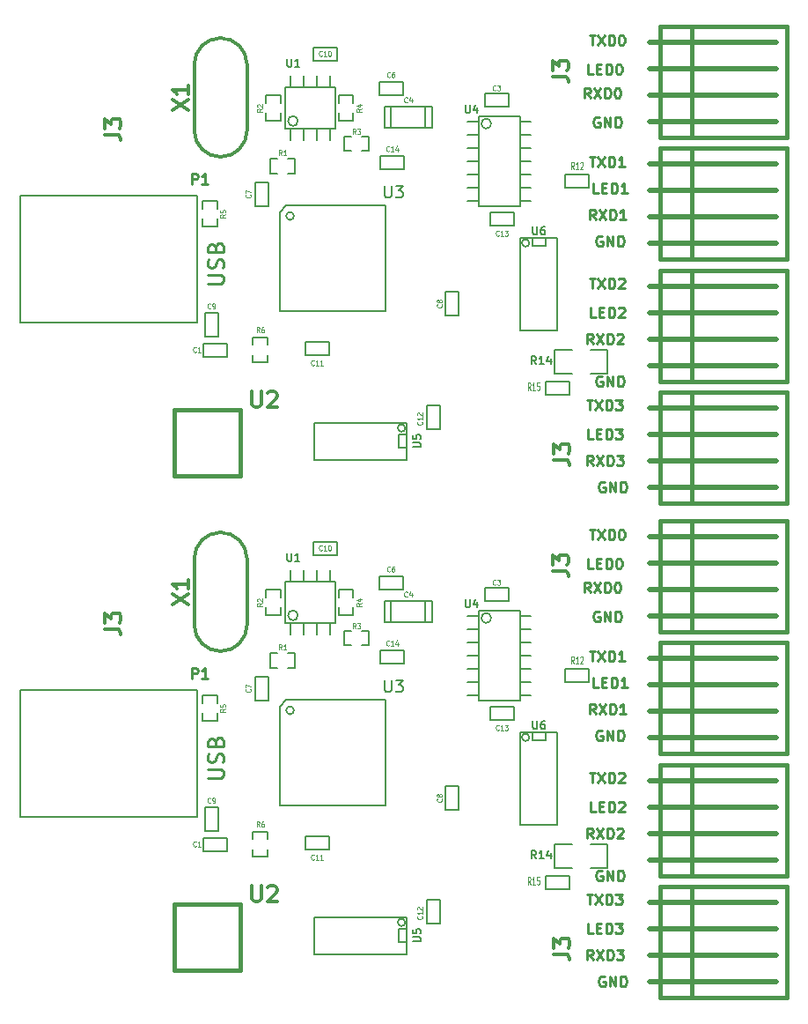
<source format=gto>
G04 #@! TF.FileFunction,Legend,Top*
%FSLAX46Y46*%
G04 Gerber Fmt 4.6, Leading zero omitted, Abs format (unit mm)*
G04 Created by KiCad (PCBNEW 4.0.7) date 02/20/18 19:55:49*
%MOMM*%
%LPD*%
G01*
G04 APERTURE LIST*
%ADD10C,0.150000*%
%ADD11C,0.250000*%
%ADD12C,0.127000*%
%ADD13C,0.508000*%
%ADD14C,0.381000*%
%ADD15C,0.317500*%
%ADD16C,0.152400*%
%ADD17C,0.203200*%
%ADD18C,0.114300*%
%ADD19C,0.119380*%
%ADD20C,0.304800*%
%ADD21C,0.149860*%
G04 APERTURE END LIST*
D10*
D11*
X176061905Y-33234381D02*
X176633334Y-33234381D01*
X176347619Y-34234381D02*
X176347619Y-33234381D01*
X176871429Y-33234381D02*
X177538096Y-34234381D01*
X177538096Y-33234381D02*
X176871429Y-34234381D01*
X177919048Y-34234381D02*
X177919048Y-33234381D01*
X178157143Y-33234381D01*
X178300001Y-33282000D01*
X178395239Y-33377238D01*
X178442858Y-33472476D01*
X178490477Y-33662952D01*
X178490477Y-33805810D01*
X178442858Y-33996286D01*
X178395239Y-34091524D01*
X178300001Y-34186762D01*
X178157143Y-34234381D01*
X177919048Y-34234381D01*
X179442858Y-34234381D02*
X178871429Y-34234381D01*
X179157143Y-34234381D02*
X179157143Y-33234381D01*
X179061905Y-33377238D01*
X178966667Y-33472476D01*
X178871429Y-33520095D01*
X176934953Y-36774381D02*
X176458762Y-36774381D01*
X176458762Y-35774381D01*
X177268286Y-36250571D02*
X177601620Y-36250571D01*
X177744477Y-36774381D02*
X177268286Y-36774381D01*
X177268286Y-35774381D01*
X177744477Y-35774381D01*
X178173048Y-36774381D02*
X178173048Y-35774381D01*
X178411143Y-35774381D01*
X178554001Y-35822000D01*
X178649239Y-35917238D01*
X178696858Y-36012476D01*
X178744477Y-36202952D01*
X178744477Y-36345810D01*
X178696858Y-36536286D01*
X178649239Y-36631524D01*
X178554001Y-36726762D01*
X178411143Y-36774381D01*
X178173048Y-36774381D01*
X179696858Y-36774381D02*
X179125429Y-36774381D01*
X179411143Y-36774381D02*
X179411143Y-35774381D01*
X179315905Y-35917238D01*
X179220667Y-36012476D01*
X179125429Y-36060095D01*
X176657143Y-39314381D02*
X176323809Y-38838190D01*
X176085714Y-39314381D02*
X176085714Y-38314381D01*
X176466667Y-38314381D01*
X176561905Y-38362000D01*
X176609524Y-38409619D01*
X176657143Y-38504857D01*
X176657143Y-38647714D01*
X176609524Y-38742952D01*
X176561905Y-38790571D01*
X176466667Y-38838190D01*
X176085714Y-38838190D01*
X176990476Y-38314381D02*
X177657143Y-39314381D01*
X177657143Y-38314381D02*
X176990476Y-39314381D01*
X178038095Y-39314381D02*
X178038095Y-38314381D01*
X178276190Y-38314381D01*
X178419048Y-38362000D01*
X178514286Y-38457238D01*
X178561905Y-38552476D01*
X178609524Y-38742952D01*
X178609524Y-38885810D01*
X178561905Y-39076286D01*
X178514286Y-39171524D01*
X178419048Y-39266762D01*
X178276190Y-39314381D01*
X178038095Y-39314381D01*
X179561905Y-39314381D02*
X178990476Y-39314381D01*
X179276190Y-39314381D02*
X179276190Y-38314381D01*
X179180952Y-38457238D01*
X179085714Y-38552476D01*
X178990476Y-38600095D01*
X177292096Y-40902000D02*
X177196858Y-40854381D01*
X177054001Y-40854381D01*
X176911143Y-40902000D01*
X176815905Y-40997238D01*
X176768286Y-41092476D01*
X176720667Y-41282952D01*
X176720667Y-41425810D01*
X176768286Y-41616286D01*
X176815905Y-41711524D01*
X176911143Y-41806762D01*
X177054001Y-41854381D01*
X177149239Y-41854381D01*
X177292096Y-41806762D01*
X177339715Y-41759143D01*
X177339715Y-41425810D01*
X177149239Y-41425810D01*
X177768286Y-41854381D02*
X177768286Y-40854381D01*
X178339715Y-41854381D01*
X178339715Y-40854381D01*
X178815905Y-41854381D02*
X178815905Y-40854381D01*
X179054000Y-40854381D01*
X179196858Y-40902000D01*
X179292096Y-40997238D01*
X179339715Y-41092476D01*
X179387334Y-41282952D01*
X179387334Y-41425810D01*
X179339715Y-41616286D01*
X179292096Y-41711524D01*
X179196858Y-41806762D01*
X179054000Y-41854381D01*
X178815905Y-41854381D01*
X176061905Y-44918381D02*
X176633334Y-44918381D01*
X176347619Y-45918381D02*
X176347619Y-44918381D01*
X176871429Y-44918381D02*
X177538096Y-45918381D01*
X177538096Y-44918381D02*
X176871429Y-45918381D01*
X177919048Y-45918381D02*
X177919048Y-44918381D01*
X178157143Y-44918381D01*
X178300001Y-44966000D01*
X178395239Y-45061238D01*
X178442858Y-45156476D01*
X178490477Y-45346952D01*
X178490477Y-45489810D01*
X178442858Y-45680286D01*
X178395239Y-45775524D01*
X178300001Y-45870762D01*
X178157143Y-45918381D01*
X177919048Y-45918381D01*
X178871429Y-45013619D02*
X178919048Y-44966000D01*
X179014286Y-44918381D01*
X179252382Y-44918381D01*
X179347620Y-44966000D01*
X179395239Y-45013619D01*
X179442858Y-45108857D01*
X179442858Y-45204095D01*
X179395239Y-45346952D01*
X178823810Y-45918381D01*
X179442858Y-45918381D01*
X176680953Y-48712381D02*
X176204762Y-48712381D01*
X176204762Y-47712381D01*
X177014286Y-48188571D02*
X177347620Y-48188571D01*
X177490477Y-48712381D02*
X177014286Y-48712381D01*
X177014286Y-47712381D01*
X177490477Y-47712381D01*
X177919048Y-48712381D02*
X177919048Y-47712381D01*
X178157143Y-47712381D01*
X178300001Y-47760000D01*
X178395239Y-47855238D01*
X178442858Y-47950476D01*
X178490477Y-48140952D01*
X178490477Y-48283810D01*
X178442858Y-48474286D01*
X178395239Y-48569524D01*
X178300001Y-48664762D01*
X178157143Y-48712381D01*
X177919048Y-48712381D01*
X178871429Y-47807619D02*
X178919048Y-47760000D01*
X179014286Y-47712381D01*
X179252382Y-47712381D01*
X179347620Y-47760000D01*
X179395239Y-47807619D01*
X179442858Y-47902857D01*
X179442858Y-47998095D01*
X179395239Y-48140952D01*
X178823810Y-48712381D01*
X179442858Y-48712381D01*
X176403143Y-51252381D02*
X176069809Y-50776190D01*
X175831714Y-51252381D02*
X175831714Y-50252381D01*
X176212667Y-50252381D01*
X176307905Y-50300000D01*
X176355524Y-50347619D01*
X176403143Y-50442857D01*
X176403143Y-50585714D01*
X176355524Y-50680952D01*
X176307905Y-50728571D01*
X176212667Y-50776190D01*
X175831714Y-50776190D01*
X176736476Y-50252381D02*
X177403143Y-51252381D01*
X177403143Y-50252381D02*
X176736476Y-51252381D01*
X177784095Y-51252381D02*
X177784095Y-50252381D01*
X178022190Y-50252381D01*
X178165048Y-50300000D01*
X178260286Y-50395238D01*
X178307905Y-50490476D01*
X178355524Y-50680952D01*
X178355524Y-50823810D01*
X178307905Y-51014286D01*
X178260286Y-51109524D01*
X178165048Y-51204762D01*
X178022190Y-51252381D01*
X177784095Y-51252381D01*
X178736476Y-50347619D02*
X178784095Y-50300000D01*
X178879333Y-50252381D01*
X179117429Y-50252381D01*
X179212667Y-50300000D01*
X179260286Y-50347619D01*
X179307905Y-50442857D01*
X179307905Y-50538095D01*
X179260286Y-50680952D01*
X178688857Y-51252381D01*
X179307905Y-51252381D01*
X177292096Y-54364000D02*
X177196858Y-54316381D01*
X177054001Y-54316381D01*
X176911143Y-54364000D01*
X176815905Y-54459238D01*
X176768286Y-54554476D01*
X176720667Y-54744952D01*
X176720667Y-54887810D01*
X176768286Y-55078286D01*
X176815905Y-55173524D01*
X176911143Y-55268762D01*
X177054001Y-55316381D01*
X177149239Y-55316381D01*
X177292096Y-55268762D01*
X177339715Y-55221143D01*
X177339715Y-54887810D01*
X177149239Y-54887810D01*
X177768286Y-55316381D02*
X177768286Y-54316381D01*
X178339715Y-55316381D01*
X178339715Y-54316381D01*
X178815905Y-55316381D02*
X178815905Y-54316381D01*
X179054000Y-54316381D01*
X179196858Y-54364000D01*
X179292096Y-54459238D01*
X179339715Y-54554476D01*
X179387334Y-54744952D01*
X179387334Y-54887810D01*
X179339715Y-55078286D01*
X179292096Y-55173524D01*
X179196858Y-55268762D01*
X179054000Y-55316381D01*
X178815905Y-55316381D01*
X175807905Y-56602381D02*
X176379334Y-56602381D01*
X176093619Y-57602381D02*
X176093619Y-56602381D01*
X176617429Y-56602381D02*
X177284096Y-57602381D01*
X177284096Y-56602381D02*
X176617429Y-57602381D01*
X177665048Y-57602381D02*
X177665048Y-56602381D01*
X177903143Y-56602381D01*
X178046001Y-56650000D01*
X178141239Y-56745238D01*
X178188858Y-56840476D01*
X178236477Y-57030952D01*
X178236477Y-57173810D01*
X178188858Y-57364286D01*
X178141239Y-57459524D01*
X178046001Y-57554762D01*
X177903143Y-57602381D01*
X177665048Y-57602381D01*
X178569810Y-56602381D02*
X179188858Y-56602381D01*
X178855524Y-56983333D01*
X178998382Y-56983333D01*
X179093620Y-57030952D01*
X179141239Y-57078571D01*
X179188858Y-57173810D01*
X179188858Y-57411905D01*
X179141239Y-57507143D01*
X179093620Y-57554762D01*
X178998382Y-57602381D01*
X178712667Y-57602381D01*
X178617429Y-57554762D01*
X178569810Y-57507143D01*
X176426953Y-60396381D02*
X175950762Y-60396381D01*
X175950762Y-59396381D01*
X176760286Y-59872571D02*
X177093620Y-59872571D01*
X177236477Y-60396381D02*
X176760286Y-60396381D01*
X176760286Y-59396381D01*
X177236477Y-59396381D01*
X177665048Y-60396381D02*
X177665048Y-59396381D01*
X177903143Y-59396381D01*
X178046001Y-59444000D01*
X178141239Y-59539238D01*
X178188858Y-59634476D01*
X178236477Y-59824952D01*
X178236477Y-59967810D01*
X178188858Y-60158286D01*
X178141239Y-60253524D01*
X178046001Y-60348762D01*
X177903143Y-60396381D01*
X177665048Y-60396381D01*
X178569810Y-59396381D02*
X179188858Y-59396381D01*
X178855524Y-59777333D01*
X178998382Y-59777333D01*
X179093620Y-59824952D01*
X179141239Y-59872571D01*
X179188858Y-59967810D01*
X179188858Y-60205905D01*
X179141239Y-60301143D01*
X179093620Y-60348762D01*
X178998382Y-60396381D01*
X178712667Y-60396381D01*
X178617429Y-60348762D01*
X178569810Y-60301143D01*
X176403143Y-62936381D02*
X176069809Y-62460190D01*
X175831714Y-62936381D02*
X175831714Y-61936381D01*
X176212667Y-61936381D01*
X176307905Y-61984000D01*
X176355524Y-62031619D01*
X176403143Y-62126857D01*
X176403143Y-62269714D01*
X176355524Y-62364952D01*
X176307905Y-62412571D01*
X176212667Y-62460190D01*
X175831714Y-62460190D01*
X176736476Y-61936381D02*
X177403143Y-62936381D01*
X177403143Y-61936381D02*
X176736476Y-62936381D01*
X177784095Y-62936381D02*
X177784095Y-61936381D01*
X178022190Y-61936381D01*
X178165048Y-61984000D01*
X178260286Y-62079238D01*
X178307905Y-62174476D01*
X178355524Y-62364952D01*
X178355524Y-62507810D01*
X178307905Y-62698286D01*
X178260286Y-62793524D01*
X178165048Y-62888762D01*
X178022190Y-62936381D01*
X177784095Y-62936381D01*
X178688857Y-61936381D02*
X179307905Y-61936381D01*
X178974571Y-62317333D01*
X179117429Y-62317333D01*
X179212667Y-62364952D01*
X179260286Y-62412571D01*
X179307905Y-62507810D01*
X179307905Y-62745905D01*
X179260286Y-62841143D01*
X179212667Y-62888762D01*
X179117429Y-62936381D01*
X178831714Y-62936381D01*
X178736476Y-62888762D01*
X178688857Y-62841143D01*
X177546096Y-64524000D02*
X177450858Y-64476381D01*
X177308001Y-64476381D01*
X177165143Y-64524000D01*
X177069905Y-64619238D01*
X177022286Y-64714476D01*
X176974667Y-64904952D01*
X176974667Y-65047810D01*
X177022286Y-65238286D01*
X177069905Y-65333524D01*
X177165143Y-65428762D01*
X177308001Y-65476381D01*
X177403239Y-65476381D01*
X177546096Y-65428762D01*
X177593715Y-65381143D01*
X177593715Y-65047810D01*
X177403239Y-65047810D01*
X178022286Y-65476381D02*
X178022286Y-64476381D01*
X178593715Y-65476381D01*
X178593715Y-64476381D01*
X179069905Y-65476381D02*
X179069905Y-64476381D01*
X179308000Y-64476381D01*
X179450858Y-64524000D01*
X179546096Y-64619238D01*
X179593715Y-64714476D01*
X179641334Y-64904952D01*
X179641334Y-65047810D01*
X179593715Y-65238286D01*
X179546096Y-65333524D01*
X179450858Y-65428762D01*
X179308000Y-65476381D01*
X179069905Y-65476381D01*
X176061905Y-21550381D02*
X176633334Y-21550381D01*
X176347619Y-22550381D02*
X176347619Y-21550381D01*
X176871429Y-21550381D02*
X177538096Y-22550381D01*
X177538096Y-21550381D02*
X176871429Y-22550381D01*
X177919048Y-22550381D02*
X177919048Y-21550381D01*
X178157143Y-21550381D01*
X178300001Y-21598000D01*
X178395239Y-21693238D01*
X178442858Y-21788476D01*
X178490477Y-21978952D01*
X178490477Y-22121810D01*
X178442858Y-22312286D01*
X178395239Y-22407524D01*
X178300001Y-22502762D01*
X178157143Y-22550381D01*
X177919048Y-22550381D01*
X179109524Y-21550381D02*
X179204763Y-21550381D01*
X179300001Y-21598000D01*
X179347620Y-21645619D01*
X179395239Y-21740857D01*
X179442858Y-21931333D01*
X179442858Y-22169429D01*
X179395239Y-22359905D01*
X179347620Y-22455143D01*
X179300001Y-22502762D01*
X179204763Y-22550381D01*
X179109524Y-22550381D01*
X179014286Y-22502762D01*
X178966667Y-22455143D01*
X178919048Y-22359905D01*
X178871429Y-22169429D01*
X178871429Y-21931333D01*
X178919048Y-21740857D01*
X178966667Y-21645619D01*
X179014286Y-21598000D01*
X179109524Y-21550381D01*
X176426953Y-25344381D02*
X175950762Y-25344381D01*
X175950762Y-24344381D01*
X176760286Y-24820571D02*
X177093620Y-24820571D01*
X177236477Y-25344381D02*
X176760286Y-25344381D01*
X176760286Y-24344381D01*
X177236477Y-24344381D01*
X177665048Y-25344381D02*
X177665048Y-24344381D01*
X177903143Y-24344381D01*
X178046001Y-24392000D01*
X178141239Y-24487238D01*
X178188858Y-24582476D01*
X178236477Y-24772952D01*
X178236477Y-24915810D01*
X178188858Y-25106286D01*
X178141239Y-25201524D01*
X178046001Y-25296762D01*
X177903143Y-25344381D01*
X177665048Y-25344381D01*
X178855524Y-24344381D02*
X178950763Y-24344381D01*
X179046001Y-24392000D01*
X179093620Y-24439619D01*
X179141239Y-24534857D01*
X179188858Y-24725333D01*
X179188858Y-24963429D01*
X179141239Y-25153905D01*
X179093620Y-25249143D01*
X179046001Y-25296762D01*
X178950763Y-25344381D01*
X178855524Y-25344381D01*
X178760286Y-25296762D01*
X178712667Y-25249143D01*
X178665048Y-25153905D01*
X178617429Y-24963429D01*
X178617429Y-24725333D01*
X178665048Y-24534857D01*
X178712667Y-24439619D01*
X178760286Y-24392000D01*
X178855524Y-24344381D01*
X176149143Y-27630381D02*
X175815809Y-27154190D01*
X175577714Y-27630381D02*
X175577714Y-26630381D01*
X175958667Y-26630381D01*
X176053905Y-26678000D01*
X176101524Y-26725619D01*
X176149143Y-26820857D01*
X176149143Y-26963714D01*
X176101524Y-27058952D01*
X176053905Y-27106571D01*
X175958667Y-27154190D01*
X175577714Y-27154190D01*
X176482476Y-26630381D02*
X177149143Y-27630381D01*
X177149143Y-26630381D02*
X176482476Y-27630381D01*
X177530095Y-27630381D02*
X177530095Y-26630381D01*
X177768190Y-26630381D01*
X177911048Y-26678000D01*
X178006286Y-26773238D01*
X178053905Y-26868476D01*
X178101524Y-27058952D01*
X178101524Y-27201810D01*
X178053905Y-27392286D01*
X178006286Y-27487524D01*
X177911048Y-27582762D01*
X177768190Y-27630381D01*
X177530095Y-27630381D01*
X178720571Y-26630381D02*
X178815810Y-26630381D01*
X178911048Y-26678000D01*
X178958667Y-26725619D01*
X179006286Y-26820857D01*
X179053905Y-27011333D01*
X179053905Y-27249429D01*
X179006286Y-27439905D01*
X178958667Y-27535143D01*
X178911048Y-27582762D01*
X178815810Y-27630381D01*
X178720571Y-27630381D01*
X178625333Y-27582762D01*
X178577714Y-27535143D01*
X178530095Y-27439905D01*
X178482476Y-27249429D01*
X178482476Y-27011333D01*
X178530095Y-26820857D01*
X178577714Y-26725619D01*
X178625333Y-26678000D01*
X178720571Y-26630381D01*
X177038096Y-29472000D02*
X176942858Y-29424381D01*
X176800001Y-29424381D01*
X176657143Y-29472000D01*
X176561905Y-29567238D01*
X176514286Y-29662476D01*
X176466667Y-29852952D01*
X176466667Y-29995810D01*
X176514286Y-30186286D01*
X176561905Y-30281524D01*
X176657143Y-30376762D01*
X176800001Y-30424381D01*
X176895239Y-30424381D01*
X177038096Y-30376762D01*
X177085715Y-30329143D01*
X177085715Y-29995810D01*
X176895239Y-29995810D01*
X177514286Y-30424381D02*
X177514286Y-29424381D01*
X178085715Y-30424381D01*
X178085715Y-29424381D01*
X178561905Y-30424381D02*
X178561905Y-29424381D01*
X178800000Y-29424381D01*
X178942858Y-29472000D01*
X179038096Y-29567238D01*
X179085715Y-29662476D01*
X179133334Y-29852952D01*
X179133334Y-29995810D01*
X179085715Y-30186286D01*
X179038096Y-30281524D01*
X178942858Y-30376762D01*
X178800000Y-30424381D01*
X178561905Y-30424381D01*
X139386571Y-45453857D02*
X140600857Y-45453857D01*
X140743714Y-45382429D01*
X140815143Y-45311000D01*
X140886571Y-45168143D01*
X140886571Y-44882429D01*
X140815143Y-44739571D01*
X140743714Y-44668143D01*
X140600857Y-44596714D01*
X139386571Y-44596714D01*
X140815143Y-43953857D02*
X140886571Y-43739571D01*
X140886571Y-43382428D01*
X140815143Y-43239571D01*
X140743714Y-43168142D01*
X140600857Y-43096714D01*
X140458000Y-43096714D01*
X140315143Y-43168142D01*
X140243714Y-43239571D01*
X140172286Y-43382428D01*
X140100857Y-43668142D01*
X140029429Y-43811000D01*
X139958000Y-43882428D01*
X139815143Y-43953857D01*
X139672286Y-43953857D01*
X139529429Y-43882428D01*
X139458000Y-43811000D01*
X139386571Y-43668142D01*
X139386571Y-43311000D01*
X139458000Y-43096714D01*
X140100857Y-41953857D02*
X140172286Y-41739571D01*
X140243714Y-41668143D01*
X140386571Y-41596714D01*
X140600857Y-41596714D01*
X140743714Y-41668143D01*
X140815143Y-41739571D01*
X140886571Y-41882429D01*
X140886571Y-42453857D01*
X139386571Y-42453857D01*
X139386571Y-41953857D01*
X139458000Y-41811000D01*
X139529429Y-41739571D01*
X139672286Y-41668143D01*
X139815143Y-41668143D01*
X139958000Y-41739571D01*
X140029429Y-41811000D01*
X140100857Y-41953857D01*
X140100857Y-42453857D01*
X139386571Y-92951857D02*
X140600857Y-92951857D01*
X140743714Y-92880429D01*
X140815143Y-92809000D01*
X140886571Y-92666143D01*
X140886571Y-92380429D01*
X140815143Y-92237571D01*
X140743714Y-92166143D01*
X140600857Y-92094714D01*
X139386571Y-92094714D01*
X140815143Y-91451857D02*
X140886571Y-91237571D01*
X140886571Y-90880428D01*
X140815143Y-90737571D01*
X140743714Y-90666142D01*
X140600857Y-90594714D01*
X140458000Y-90594714D01*
X140315143Y-90666142D01*
X140243714Y-90737571D01*
X140172286Y-90880428D01*
X140100857Y-91166142D01*
X140029429Y-91309000D01*
X139958000Y-91380428D01*
X139815143Y-91451857D01*
X139672286Y-91451857D01*
X139529429Y-91380428D01*
X139458000Y-91309000D01*
X139386571Y-91166142D01*
X139386571Y-90809000D01*
X139458000Y-90594714D01*
X140100857Y-89451857D02*
X140172286Y-89237571D01*
X140243714Y-89166143D01*
X140386571Y-89094714D01*
X140600857Y-89094714D01*
X140743714Y-89166143D01*
X140815143Y-89237571D01*
X140886571Y-89380429D01*
X140886571Y-89951857D01*
X139386571Y-89951857D01*
X139386571Y-89451857D01*
X139458000Y-89309000D01*
X139529429Y-89237571D01*
X139672286Y-89166143D01*
X139815143Y-89166143D01*
X139958000Y-89237571D01*
X140029429Y-89309000D01*
X140100857Y-89451857D01*
X140100857Y-89951857D01*
X177038096Y-76970000D02*
X176942858Y-76922381D01*
X176800001Y-76922381D01*
X176657143Y-76970000D01*
X176561905Y-77065238D01*
X176514286Y-77160476D01*
X176466667Y-77350952D01*
X176466667Y-77493810D01*
X176514286Y-77684286D01*
X176561905Y-77779524D01*
X176657143Y-77874762D01*
X176800001Y-77922381D01*
X176895239Y-77922381D01*
X177038096Y-77874762D01*
X177085715Y-77827143D01*
X177085715Y-77493810D01*
X176895239Y-77493810D01*
X177514286Y-77922381D02*
X177514286Y-76922381D01*
X178085715Y-77922381D01*
X178085715Y-76922381D01*
X178561905Y-77922381D02*
X178561905Y-76922381D01*
X178800000Y-76922381D01*
X178942858Y-76970000D01*
X179038096Y-77065238D01*
X179085715Y-77160476D01*
X179133334Y-77350952D01*
X179133334Y-77493810D01*
X179085715Y-77684286D01*
X179038096Y-77779524D01*
X178942858Y-77874762D01*
X178800000Y-77922381D01*
X178561905Y-77922381D01*
X176149143Y-75128381D02*
X175815809Y-74652190D01*
X175577714Y-75128381D02*
X175577714Y-74128381D01*
X175958667Y-74128381D01*
X176053905Y-74176000D01*
X176101524Y-74223619D01*
X176149143Y-74318857D01*
X176149143Y-74461714D01*
X176101524Y-74556952D01*
X176053905Y-74604571D01*
X175958667Y-74652190D01*
X175577714Y-74652190D01*
X176482476Y-74128381D02*
X177149143Y-75128381D01*
X177149143Y-74128381D02*
X176482476Y-75128381D01*
X177530095Y-75128381D02*
X177530095Y-74128381D01*
X177768190Y-74128381D01*
X177911048Y-74176000D01*
X178006286Y-74271238D01*
X178053905Y-74366476D01*
X178101524Y-74556952D01*
X178101524Y-74699810D01*
X178053905Y-74890286D01*
X178006286Y-74985524D01*
X177911048Y-75080762D01*
X177768190Y-75128381D01*
X177530095Y-75128381D01*
X178720571Y-74128381D02*
X178815810Y-74128381D01*
X178911048Y-74176000D01*
X178958667Y-74223619D01*
X179006286Y-74318857D01*
X179053905Y-74509333D01*
X179053905Y-74747429D01*
X179006286Y-74937905D01*
X178958667Y-75033143D01*
X178911048Y-75080762D01*
X178815810Y-75128381D01*
X178720571Y-75128381D01*
X178625333Y-75080762D01*
X178577714Y-75033143D01*
X178530095Y-74937905D01*
X178482476Y-74747429D01*
X178482476Y-74509333D01*
X178530095Y-74318857D01*
X178577714Y-74223619D01*
X178625333Y-74176000D01*
X178720571Y-74128381D01*
X176426953Y-72842381D02*
X175950762Y-72842381D01*
X175950762Y-71842381D01*
X176760286Y-72318571D02*
X177093620Y-72318571D01*
X177236477Y-72842381D02*
X176760286Y-72842381D01*
X176760286Y-71842381D01*
X177236477Y-71842381D01*
X177665048Y-72842381D02*
X177665048Y-71842381D01*
X177903143Y-71842381D01*
X178046001Y-71890000D01*
X178141239Y-71985238D01*
X178188858Y-72080476D01*
X178236477Y-72270952D01*
X178236477Y-72413810D01*
X178188858Y-72604286D01*
X178141239Y-72699524D01*
X178046001Y-72794762D01*
X177903143Y-72842381D01*
X177665048Y-72842381D01*
X178855524Y-71842381D02*
X178950763Y-71842381D01*
X179046001Y-71890000D01*
X179093620Y-71937619D01*
X179141239Y-72032857D01*
X179188858Y-72223333D01*
X179188858Y-72461429D01*
X179141239Y-72651905D01*
X179093620Y-72747143D01*
X179046001Y-72794762D01*
X178950763Y-72842381D01*
X178855524Y-72842381D01*
X178760286Y-72794762D01*
X178712667Y-72747143D01*
X178665048Y-72651905D01*
X178617429Y-72461429D01*
X178617429Y-72223333D01*
X178665048Y-72032857D01*
X178712667Y-71937619D01*
X178760286Y-71890000D01*
X178855524Y-71842381D01*
X176061905Y-69048381D02*
X176633334Y-69048381D01*
X176347619Y-70048381D02*
X176347619Y-69048381D01*
X176871429Y-69048381D02*
X177538096Y-70048381D01*
X177538096Y-69048381D02*
X176871429Y-70048381D01*
X177919048Y-70048381D02*
X177919048Y-69048381D01*
X178157143Y-69048381D01*
X178300001Y-69096000D01*
X178395239Y-69191238D01*
X178442858Y-69286476D01*
X178490477Y-69476952D01*
X178490477Y-69619810D01*
X178442858Y-69810286D01*
X178395239Y-69905524D01*
X178300001Y-70000762D01*
X178157143Y-70048381D01*
X177919048Y-70048381D01*
X179109524Y-69048381D02*
X179204763Y-69048381D01*
X179300001Y-69096000D01*
X179347620Y-69143619D01*
X179395239Y-69238857D01*
X179442858Y-69429333D01*
X179442858Y-69667429D01*
X179395239Y-69857905D01*
X179347620Y-69953143D01*
X179300001Y-70000762D01*
X179204763Y-70048381D01*
X179109524Y-70048381D01*
X179014286Y-70000762D01*
X178966667Y-69953143D01*
X178919048Y-69857905D01*
X178871429Y-69667429D01*
X178871429Y-69429333D01*
X178919048Y-69238857D01*
X178966667Y-69143619D01*
X179014286Y-69096000D01*
X179109524Y-69048381D01*
X177546096Y-112022000D02*
X177450858Y-111974381D01*
X177308001Y-111974381D01*
X177165143Y-112022000D01*
X177069905Y-112117238D01*
X177022286Y-112212476D01*
X176974667Y-112402952D01*
X176974667Y-112545810D01*
X177022286Y-112736286D01*
X177069905Y-112831524D01*
X177165143Y-112926762D01*
X177308001Y-112974381D01*
X177403239Y-112974381D01*
X177546096Y-112926762D01*
X177593715Y-112879143D01*
X177593715Y-112545810D01*
X177403239Y-112545810D01*
X178022286Y-112974381D02*
X178022286Y-111974381D01*
X178593715Y-112974381D01*
X178593715Y-111974381D01*
X179069905Y-112974381D02*
X179069905Y-111974381D01*
X179308000Y-111974381D01*
X179450858Y-112022000D01*
X179546096Y-112117238D01*
X179593715Y-112212476D01*
X179641334Y-112402952D01*
X179641334Y-112545810D01*
X179593715Y-112736286D01*
X179546096Y-112831524D01*
X179450858Y-112926762D01*
X179308000Y-112974381D01*
X179069905Y-112974381D01*
X176403143Y-110434381D02*
X176069809Y-109958190D01*
X175831714Y-110434381D02*
X175831714Y-109434381D01*
X176212667Y-109434381D01*
X176307905Y-109482000D01*
X176355524Y-109529619D01*
X176403143Y-109624857D01*
X176403143Y-109767714D01*
X176355524Y-109862952D01*
X176307905Y-109910571D01*
X176212667Y-109958190D01*
X175831714Y-109958190D01*
X176736476Y-109434381D02*
X177403143Y-110434381D01*
X177403143Y-109434381D02*
X176736476Y-110434381D01*
X177784095Y-110434381D02*
X177784095Y-109434381D01*
X178022190Y-109434381D01*
X178165048Y-109482000D01*
X178260286Y-109577238D01*
X178307905Y-109672476D01*
X178355524Y-109862952D01*
X178355524Y-110005810D01*
X178307905Y-110196286D01*
X178260286Y-110291524D01*
X178165048Y-110386762D01*
X178022190Y-110434381D01*
X177784095Y-110434381D01*
X178688857Y-109434381D02*
X179307905Y-109434381D01*
X178974571Y-109815333D01*
X179117429Y-109815333D01*
X179212667Y-109862952D01*
X179260286Y-109910571D01*
X179307905Y-110005810D01*
X179307905Y-110243905D01*
X179260286Y-110339143D01*
X179212667Y-110386762D01*
X179117429Y-110434381D01*
X178831714Y-110434381D01*
X178736476Y-110386762D01*
X178688857Y-110339143D01*
X176426953Y-107894381D02*
X175950762Y-107894381D01*
X175950762Y-106894381D01*
X176760286Y-107370571D02*
X177093620Y-107370571D01*
X177236477Y-107894381D02*
X176760286Y-107894381D01*
X176760286Y-106894381D01*
X177236477Y-106894381D01*
X177665048Y-107894381D02*
X177665048Y-106894381D01*
X177903143Y-106894381D01*
X178046001Y-106942000D01*
X178141239Y-107037238D01*
X178188858Y-107132476D01*
X178236477Y-107322952D01*
X178236477Y-107465810D01*
X178188858Y-107656286D01*
X178141239Y-107751524D01*
X178046001Y-107846762D01*
X177903143Y-107894381D01*
X177665048Y-107894381D01*
X178569810Y-106894381D02*
X179188858Y-106894381D01*
X178855524Y-107275333D01*
X178998382Y-107275333D01*
X179093620Y-107322952D01*
X179141239Y-107370571D01*
X179188858Y-107465810D01*
X179188858Y-107703905D01*
X179141239Y-107799143D01*
X179093620Y-107846762D01*
X178998382Y-107894381D01*
X178712667Y-107894381D01*
X178617429Y-107846762D01*
X178569810Y-107799143D01*
X175807905Y-104100381D02*
X176379334Y-104100381D01*
X176093619Y-105100381D02*
X176093619Y-104100381D01*
X176617429Y-104100381D02*
X177284096Y-105100381D01*
X177284096Y-104100381D02*
X176617429Y-105100381D01*
X177665048Y-105100381D02*
X177665048Y-104100381D01*
X177903143Y-104100381D01*
X178046001Y-104148000D01*
X178141239Y-104243238D01*
X178188858Y-104338476D01*
X178236477Y-104528952D01*
X178236477Y-104671810D01*
X178188858Y-104862286D01*
X178141239Y-104957524D01*
X178046001Y-105052762D01*
X177903143Y-105100381D01*
X177665048Y-105100381D01*
X178569810Y-104100381D02*
X179188858Y-104100381D01*
X178855524Y-104481333D01*
X178998382Y-104481333D01*
X179093620Y-104528952D01*
X179141239Y-104576571D01*
X179188858Y-104671810D01*
X179188858Y-104909905D01*
X179141239Y-105005143D01*
X179093620Y-105052762D01*
X178998382Y-105100381D01*
X178712667Y-105100381D01*
X178617429Y-105052762D01*
X178569810Y-105005143D01*
X177292096Y-101862000D02*
X177196858Y-101814381D01*
X177054001Y-101814381D01*
X176911143Y-101862000D01*
X176815905Y-101957238D01*
X176768286Y-102052476D01*
X176720667Y-102242952D01*
X176720667Y-102385810D01*
X176768286Y-102576286D01*
X176815905Y-102671524D01*
X176911143Y-102766762D01*
X177054001Y-102814381D01*
X177149239Y-102814381D01*
X177292096Y-102766762D01*
X177339715Y-102719143D01*
X177339715Y-102385810D01*
X177149239Y-102385810D01*
X177768286Y-102814381D02*
X177768286Y-101814381D01*
X178339715Y-102814381D01*
X178339715Y-101814381D01*
X178815905Y-102814381D02*
X178815905Y-101814381D01*
X179054000Y-101814381D01*
X179196858Y-101862000D01*
X179292096Y-101957238D01*
X179339715Y-102052476D01*
X179387334Y-102242952D01*
X179387334Y-102385810D01*
X179339715Y-102576286D01*
X179292096Y-102671524D01*
X179196858Y-102766762D01*
X179054000Y-102814381D01*
X178815905Y-102814381D01*
X176403143Y-98750381D02*
X176069809Y-98274190D01*
X175831714Y-98750381D02*
X175831714Y-97750381D01*
X176212667Y-97750381D01*
X176307905Y-97798000D01*
X176355524Y-97845619D01*
X176403143Y-97940857D01*
X176403143Y-98083714D01*
X176355524Y-98178952D01*
X176307905Y-98226571D01*
X176212667Y-98274190D01*
X175831714Y-98274190D01*
X176736476Y-97750381D02*
X177403143Y-98750381D01*
X177403143Y-97750381D02*
X176736476Y-98750381D01*
X177784095Y-98750381D02*
X177784095Y-97750381D01*
X178022190Y-97750381D01*
X178165048Y-97798000D01*
X178260286Y-97893238D01*
X178307905Y-97988476D01*
X178355524Y-98178952D01*
X178355524Y-98321810D01*
X178307905Y-98512286D01*
X178260286Y-98607524D01*
X178165048Y-98702762D01*
X178022190Y-98750381D01*
X177784095Y-98750381D01*
X178736476Y-97845619D02*
X178784095Y-97798000D01*
X178879333Y-97750381D01*
X179117429Y-97750381D01*
X179212667Y-97798000D01*
X179260286Y-97845619D01*
X179307905Y-97940857D01*
X179307905Y-98036095D01*
X179260286Y-98178952D01*
X178688857Y-98750381D01*
X179307905Y-98750381D01*
X176680953Y-96210381D02*
X176204762Y-96210381D01*
X176204762Y-95210381D01*
X177014286Y-95686571D02*
X177347620Y-95686571D01*
X177490477Y-96210381D02*
X177014286Y-96210381D01*
X177014286Y-95210381D01*
X177490477Y-95210381D01*
X177919048Y-96210381D02*
X177919048Y-95210381D01*
X178157143Y-95210381D01*
X178300001Y-95258000D01*
X178395239Y-95353238D01*
X178442858Y-95448476D01*
X178490477Y-95638952D01*
X178490477Y-95781810D01*
X178442858Y-95972286D01*
X178395239Y-96067524D01*
X178300001Y-96162762D01*
X178157143Y-96210381D01*
X177919048Y-96210381D01*
X178871429Y-95305619D02*
X178919048Y-95258000D01*
X179014286Y-95210381D01*
X179252382Y-95210381D01*
X179347620Y-95258000D01*
X179395239Y-95305619D01*
X179442858Y-95400857D01*
X179442858Y-95496095D01*
X179395239Y-95638952D01*
X178823810Y-96210381D01*
X179442858Y-96210381D01*
X176061905Y-92416381D02*
X176633334Y-92416381D01*
X176347619Y-93416381D02*
X176347619Y-92416381D01*
X176871429Y-92416381D02*
X177538096Y-93416381D01*
X177538096Y-92416381D02*
X176871429Y-93416381D01*
X177919048Y-93416381D02*
X177919048Y-92416381D01*
X178157143Y-92416381D01*
X178300001Y-92464000D01*
X178395239Y-92559238D01*
X178442858Y-92654476D01*
X178490477Y-92844952D01*
X178490477Y-92987810D01*
X178442858Y-93178286D01*
X178395239Y-93273524D01*
X178300001Y-93368762D01*
X178157143Y-93416381D01*
X177919048Y-93416381D01*
X178871429Y-92511619D02*
X178919048Y-92464000D01*
X179014286Y-92416381D01*
X179252382Y-92416381D01*
X179347620Y-92464000D01*
X179395239Y-92511619D01*
X179442858Y-92606857D01*
X179442858Y-92702095D01*
X179395239Y-92844952D01*
X178823810Y-93416381D01*
X179442858Y-93416381D01*
X177292096Y-88400000D02*
X177196858Y-88352381D01*
X177054001Y-88352381D01*
X176911143Y-88400000D01*
X176815905Y-88495238D01*
X176768286Y-88590476D01*
X176720667Y-88780952D01*
X176720667Y-88923810D01*
X176768286Y-89114286D01*
X176815905Y-89209524D01*
X176911143Y-89304762D01*
X177054001Y-89352381D01*
X177149239Y-89352381D01*
X177292096Y-89304762D01*
X177339715Y-89257143D01*
X177339715Y-88923810D01*
X177149239Y-88923810D01*
X177768286Y-89352381D02*
X177768286Y-88352381D01*
X178339715Y-89352381D01*
X178339715Y-88352381D01*
X178815905Y-89352381D02*
X178815905Y-88352381D01*
X179054000Y-88352381D01*
X179196858Y-88400000D01*
X179292096Y-88495238D01*
X179339715Y-88590476D01*
X179387334Y-88780952D01*
X179387334Y-88923810D01*
X179339715Y-89114286D01*
X179292096Y-89209524D01*
X179196858Y-89304762D01*
X179054000Y-89352381D01*
X178815905Y-89352381D01*
X176657143Y-86812381D02*
X176323809Y-86336190D01*
X176085714Y-86812381D02*
X176085714Y-85812381D01*
X176466667Y-85812381D01*
X176561905Y-85860000D01*
X176609524Y-85907619D01*
X176657143Y-86002857D01*
X176657143Y-86145714D01*
X176609524Y-86240952D01*
X176561905Y-86288571D01*
X176466667Y-86336190D01*
X176085714Y-86336190D01*
X176990476Y-85812381D02*
X177657143Y-86812381D01*
X177657143Y-85812381D02*
X176990476Y-86812381D01*
X178038095Y-86812381D02*
X178038095Y-85812381D01*
X178276190Y-85812381D01*
X178419048Y-85860000D01*
X178514286Y-85955238D01*
X178561905Y-86050476D01*
X178609524Y-86240952D01*
X178609524Y-86383810D01*
X178561905Y-86574286D01*
X178514286Y-86669524D01*
X178419048Y-86764762D01*
X178276190Y-86812381D01*
X178038095Y-86812381D01*
X179561905Y-86812381D02*
X178990476Y-86812381D01*
X179276190Y-86812381D02*
X179276190Y-85812381D01*
X179180952Y-85955238D01*
X179085714Y-86050476D01*
X178990476Y-86098095D01*
X176934953Y-84272381D02*
X176458762Y-84272381D01*
X176458762Y-83272381D01*
X177268286Y-83748571D02*
X177601620Y-83748571D01*
X177744477Y-84272381D02*
X177268286Y-84272381D01*
X177268286Y-83272381D01*
X177744477Y-83272381D01*
X178173048Y-84272381D02*
X178173048Y-83272381D01*
X178411143Y-83272381D01*
X178554001Y-83320000D01*
X178649239Y-83415238D01*
X178696858Y-83510476D01*
X178744477Y-83700952D01*
X178744477Y-83843810D01*
X178696858Y-84034286D01*
X178649239Y-84129524D01*
X178554001Y-84224762D01*
X178411143Y-84272381D01*
X178173048Y-84272381D01*
X179696858Y-84272381D02*
X179125429Y-84272381D01*
X179411143Y-84272381D02*
X179411143Y-83272381D01*
X179315905Y-83415238D01*
X179220667Y-83510476D01*
X179125429Y-83558095D01*
X176061905Y-80732381D02*
X176633334Y-80732381D01*
X176347619Y-81732381D02*
X176347619Y-80732381D01*
X176871429Y-80732381D02*
X177538096Y-81732381D01*
X177538096Y-80732381D02*
X176871429Y-81732381D01*
X177919048Y-81732381D02*
X177919048Y-80732381D01*
X178157143Y-80732381D01*
X178300001Y-80780000D01*
X178395239Y-80875238D01*
X178442858Y-80970476D01*
X178490477Y-81160952D01*
X178490477Y-81303810D01*
X178442858Y-81494286D01*
X178395239Y-81589524D01*
X178300001Y-81684762D01*
X178157143Y-81732381D01*
X177919048Y-81732381D01*
X179442858Y-81732381D02*
X178871429Y-81732381D01*
X179157143Y-81732381D02*
X179157143Y-80732381D01*
X179061905Y-80875238D01*
X178966667Y-80970476D01*
X178871429Y-81018095D01*
D12*
X158115000Y-27305000D02*
X155829000Y-27305000D01*
X155829000Y-27305000D02*
X155829000Y-26035000D01*
X155829000Y-26035000D02*
X158115000Y-26035000D01*
X158115000Y-26035000D02*
X158115000Y-27305000D01*
X140335000Y-48260000D02*
X140335000Y-50546000D01*
X140335000Y-50546000D02*
X139065000Y-50546000D01*
X139065000Y-50546000D02*
X139065000Y-48260000D01*
X139065000Y-48260000D02*
X140335000Y-48260000D01*
X148717000Y-51054000D02*
X151003000Y-51054000D01*
X151003000Y-51054000D02*
X151003000Y-52324000D01*
X151003000Y-52324000D02*
X148717000Y-52324000D01*
X148717000Y-52324000D02*
X148717000Y-51054000D01*
X161671000Y-57150000D02*
X161671000Y-59436000D01*
X161671000Y-59436000D02*
X160401000Y-59436000D01*
X160401000Y-59436000D02*
X160401000Y-57150000D01*
X160401000Y-57150000D02*
X161671000Y-57150000D01*
X166497000Y-38608000D02*
X168783000Y-38608000D01*
X168783000Y-38608000D02*
X168783000Y-39878000D01*
X168783000Y-39878000D02*
X166497000Y-39878000D01*
X166497000Y-39878000D02*
X166497000Y-38608000D01*
X158242000Y-34417000D02*
X155956000Y-34417000D01*
X155956000Y-34417000D02*
X155956000Y-33147000D01*
X155956000Y-33147000D02*
X158242000Y-33147000D01*
X158242000Y-33147000D02*
X158242000Y-34417000D01*
X168275000Y-28448000D02*
X165989000Y-28448000D01*
X165989000Y-28448000D02*
X165989000Y-27178000D01*
X165989000Y-27178000D02*
X168275000Y-27178000D01*
X168275000Y-27178000D02*
X168275000Y-28448000D01*
X145161000Y-35687000D02*
X145161000Y-37973000D01*
X145161000Y-37973000D02*
X143891000Y-37973000D01*
X143891000Y-37973000D02*
X143891000Y-35687000D01*
X143891000Y-35687000D02*
X145161000Y-35687000D01*
X138938000Y-51181000D02*
X141224000Y-51181000D01*
X141224000Y-51181000D02*
X141224000Y-52451000D01*
X141224000Y-52451000D02*
X138938000Y-52451000D01*
X138938000Y-52451000D02*
X138938000Y-51181000D01*
X149479000Y-22733000D02*
X151765000Y-22733000D01*
X151765000Y-22733000D02*
X151765000Y-24003000D01*
X151765000Y-24003000D02*
X149479000Y-24003000D01*
X149479000Y-24003000D02*
X149479000Y-22733000D01*
X163449000Y-46228000D02*
X163449000Y-48514000D01*
X163449000Y-48514000D02*
X162179000Y-48514000D01*
X162179000Y-48514000D02*
X162179000Y-46228000D01*
X162179000Y-46228000D02*
X163449000Y-46228000D01*
D13*
X181864000Y-22225000D02*
X194056000Y-22225000D01*
X192532000Y-24765000D02*
X194056000Y-24765000D01*
X193548000Y-29845000D02*
X194056000Y-29845000D01*
X181864000Y-29845000D02*
X193548000Y-29845000D01*
X181864000Y-27305000D02*
X194056000Y-27305000D01*
X181864000Y-24765000D02*
X192532000Y-24765000D01*
D14*
X183388000Y-22225000D02*
X192532000Y-22225000D01*
X181864000Y-22225000D02*
X182880000Y-22225000D01*
X182880000Y-31369000D02*
X182880000Y-30353000D01*
X185928000Y-31369000D02*
X185928000Y-30353000D01*
X182880000Y-31369000D02*
X195072000Y-31369000D01*
X182880000Y-20701000D02*
X195072000Y-20701000D01*
X195072000Y-20701000D02*
X195072000Y-30861000D01*
X195072000Y-30861000D02*
X195072000Y-31369000D01*
X185928000Y-20955000D02*
X185928000Y-30988000D01*
X182880000Y-30988000D02*
X182880000Y-20955000D01*
D13*
X181864000Y-33909000D02*
X194056000Y-33909000D01*
X192532000Y-36449000D02*
X194056000Y-36449000D01*
X193548000Y-41529000D02*
X194056000Y-41529000D01*
X181864000Y-41529000D02*
X193548000Y-41529000D01*
X181864000Y-38989000D02*
X194056000Y-38989000D01*
X181864000Y-36449000D02*
X192532000Y-36449000D01*
D14*
X183388000Y-33909000D02*
X192532000Y-33909000D01*
X181864000Y-33909000D02*
X182880000Y-33909000D01*
X182880000Y-43053000D02*
X182880000Y-42037000D01*
X185928000Y-43053000D02*
X185928000Y-42037000D01*
X182880000Y-43053000D02*
X195072000Y-43053000D01*
X182880000Y-32385000D02*
X195072000Y-32385000D01*
X195072000Y-32385000D02*
X195072000Y-42545000D01*
X195072000Y-42545000D02*
X195072000Y-43053000D01*
X185928000Y-32639000D02*
X185928000Y-42672000D01*
X182880000Y-42672000D02*
X182880000Y-32639000D01*
D13*
X181864000Y-45720000D02*
X194056000Y-45720000D01*
X192532000Y-48260000D02*
X194056000Y-48260000D01*
X193548000Y-53340000D02*
X194056000Y-53340000D01*
X181864000Y-53340000D02*
X193548000Y-53340000D01*
X181864000Y-50800000D02*
X194056000Y-50800000D01*
X181864000Y-48260000D02*
X192532000Y-48260000D01*
D14*
X183388000Y-45720000D02*
X192532000Y-45720000D01*
X181864000Y-45720000D02*
X182880000Y-45720000D01*
X182880000Y-54864000D02*
X182880000Y-53848000D01*
X185928000Y-54864000D02*
X185928000Y-53848000D01*
X182880000Y-54864000D02*
X195072000Y-54864000D01*
X182880000Y-44196000D02*
X195072000Y-44196000D01*
X195072000Y-44196000D02*
X195072000Y-54356000D01*
X195072000Y-54356000D02*
X195072000Y-54864000D01*
X185928000Y-44450000D02*
X185928000Y-54483000D01*
X182880000Y-54483000D02*
X182880000Y-44450000D01*
D13*
X181864000Y-57404000D02*
X194056000Y-57404000D01*
X192532000Y-59944000D02*
X194056000Y-59944000D01*
X193548000Y-65024000D02*
X194056000Y-65024000D01*
X181864000Y-65024000D02*
X193548000Y-65024000D01*
X181864000Y-62484000D02*
X194056000Y-62484000D01*
X181864000Y-59944000D02*
X192532000Y-59944000D01*
D14*
X183388000Y-57404000D02*
X192532000Y-57404000D01*
X181864000Y-57404000D02*
X182880000Y-57404000D01*
X182880000Y-66548000D02*
X182880000Y-65532000D01*
X185928000Y-66548000D02*
X185928000Y-65532000D01*
X182880000Y-66548000D02*
X195072000Y-66548000D01*
X182880000Y-55880000D02*
X195072000Y-55880000D01*
X195072000Y-55880000D02*
X195072000Y-66040000D01*
X195072000Y-66040000D02*
X195072000Y-66548000D01*
X185928000Y-56134000D02*
X185928000Y-66167000D01*
X182880000Y-66167000D02*
X182880000Y-56134000D01*
D12*
X177800000Y-54102000D02*
X177800000Y-51816000D01*
X177800000Y-51816000D02*
X176149000Y-51816000D01*
X174371000Y-54102000D02*
X172720000Y-54102000D01*
X172720000Y-54102000D02*
X172720000Y-51816000D01*
X172720000Y-51816000D02*
X174371000Y-51816000D01*
X176149000Y-54102000D02*
X177800000Y-54102000D01*
X174117000Y-56134000D02*
X171831000Y-56134000D01*
X171831000Y-56134000D02*
X171831000Y-54864000D01*
X171831000Y-54864000D02*
X174117000Y-54864000D01*
X174117000Y-54864000D02*
X174117000Y-56134000D01*
X176022000Y-36195000D02*
X173736000Y-36195000D01*
X173736000Y-36195000D02*
X173736000Y-34925000D01*
X173736000Y-34925000D02*
X176022000Y-34925000D01*
X176022000Y-34925000D02*
X176022000Y-36195000D01*
X156972000Y-28448000D02*
X156972000Y-30480000D01*
X160274000Y-28448000D02*
X160274000Y-30480000D01*
X156337000Y-28448000D02*
X156337000Y-30480000D01*
X156337000Y-30480000D02*
X160909000Y-30480000D01*
X160909000Y-30480000D02*
X160909000Y-28448000D01*
X160909000Y-28448000D02*
X156337000Y-28448000D01*
D15*
X143129000Y-30734000D02*
X143129000Y-24384000D01*
X138049000Y-30734000D02*
X138049000Y-24384000D01*
X140589000Y-21844000D02*
G75*
G03X138049000Y-24384000I0J-2540000D01*
G01*
X143129000Y-24384000D02*
G75*
G03X140589000Y-21844000I-2540000J0D01*
G01*
X138049000Y-30734000D02*
G75*
G03X140589000Y-33274000I2540000J0D01*
G01*
X140589000Y-33274000D02*
G75*
G03X143129000Y-30734000I0J2540000D01*
G01*
D16*
X172974000Y-41021000D02*
X172974000Y-49911000D01*
X172974000Y-49911000D02*
X169418000Y-49911000D01*
X169418000Y-49911000D02*
X169418000Y-41021000D01*
X169418000Y-41021000D02*
X172974000Y-41021000D01*
D12*
X170285210Y-41529000D02*
G75*
G03X170285210Y-41529000I-359210J0D01*
G01*
X171831000Y-41021000D02*
X171831000Y-41783000D01*
X171831000Y-41783000D02*
X170561000Y-41783000D01*
X170561000Y-41783000D02*
X170561000Y-41021000D01*
D16*
X158496000Y-62357000D02*
X149606000Y-62357000D01*
X149606000Y-62357000D02*
X149606000Y-58801000D01*
X149606000Y-58801000D02*
X158496000Y-58801000D01*
X158496000Y-58801000D02*
X158496000Y-62357000D01*
D12*
X158347210Y-59309000D02*
G75*
G03X158347210Y-59309000I-359210J0D01*
G01*
X158496000Y-61214000D02*
X157734000Y-61214000D01*
X157734000Y-61214000D02*
X157734000Y-59944000D01*
X157734000Y-59944000D02*
X158496000Y-59944000D01*
D14*
X142494000Y-63881000D02*
X142494000Y-57531000D01*
X142494000Y-57531000D02*
X136144000Y-57531000D01*
X136144000Y-57531000D02*
X136144000Y-63881000D01*
X142494000Y-63881000D02*
X136144000Y-63881000D01*
D12*
X140271500Y-38234620D02*
X140271500Y-37528500D01*
X140271500Y-37528500D02*
X138874500Y-37528500D01*
X138874500Y-37528500D02*
X138874500Y-38234620D01*
X140271500Y-39941500D02*
X140271500Y-39235380D01*
X140271500Y-39941500D02*
X138874500Y-39941500D01*
X138874500Y-39941500D02*
X138874500Y-39235380D01*
X145097500Y-51315620D02*
X145097500Y-50609500D01*
X145097500Y-50609500D02*
X143700500Y-50609500D01*
X143700500Y-50609500D02*
X143700500Y-51315620D01*
X145097500Y-53022500D02*
X145097500Y-52316380D01*
X145097500Y-53022500D02*
X143700500Y-53022500D01*
X143700500Y-53022500D02*
X143700500Y-52316380D01*
X153352500Y-28074620D02*
X153352500Y-27368500D01*
X153352500Y-27368500D02*
X151955500Y-27368500D01*
X151955500Y-27368500D02*
X151955500Y-28074620D01*
X153352500Y-29781500D02*
X153352500Y-29075380D01*
X153352500Y-29781500D02*
X151955500Y-29781500D01*
X151955500Y-29781500D02*
X151955500Y-29075380D01*
X154170380Y-32702500D02*
X154876500Y-32702500D01*
X154876500Y-32702500D02*
X154876500Y-31305500D01*
X154876500Y-31305500D02*
X154170380Y-31305500D01*
X152463500Y-32702500D02*
X153169620Y-32702500D01*
X152463500Y-32702500D02*
X152463500Y-31305500D01*
X152463500Y-31305500D02*
X153169620Y-31305500D01*
X146057620Y-33464500D02*
X145351500Y-33464500D01*
X145351500Y-33464500D02*
X145351500Y-34861500D01*
X145351500Y-34861500D02*
X146057620Y-34861500D01*
X147764500Y-33464500D02*
X147058380Y-33464500D01*
X147764500Y-33464500D02*
X147764500Y-34861500D01*
X147764500Y-34861500D02*
X147058380Y-34861500D01*
X146367500Y-28074620D02*
X146367500Y-27368500D01*
X146367500Y-27368500D02*
X144970500Y-27368500D01*
X144970500Y-27368500D02*
X144970500Y-28074620D01*
X146367500Y-29781500D02*
X146367500Y-29075380D01*
X146367500Y-29781500D02*
X144970500Y-29781500D01*
X144970500Y-29781500D02*
X144970500Y-29075380D01*
X169367200Y-29337000D02*
X165404800Y-29337000D01*
X165404800Y-29337000D02*
X165404800Y-37973000D01*
X165404800Y-37973000D02*
X169367200Y-37973000D01*
X169367200Y-37973000D02*
X169367200Y-29337000D01*
X169367200Y-31115000D02*
X170459400Y-31115000D01*
X169367200Y-32385000D02*
X170459400Y-32385000D01*
X169367200Y-33655000D02*
X170459400Y-33655000D01*
X169367200Y-29845000D02*
X170459400Y-29845000D01*
X170459400Y-34925000D02*
X169367200Y-34925000D01*
X170459400Y-36195000D02*
X169367200Y-36195000D01*
X170459400Y-37465000D02*
X169367200Y-37465000D01*
X165404800Y-37465000D02*
X164312600Y-37465000D01*
X165404800Y-36195000D02*
X164312600Y-36195000D01*
X165404800Y-29845000D02*
X164312600Y-29845000D01*
X164312600Y-31115000D02*
X165404800Y-31115000D01*
X164312600Y-34925000D02*
X165404800Y-34925000D01*
X164312600Y-33655000D02*
X165404800Y-33655000D01*
X164312600Y-32385000D02*
X165404800Y-32385000D01*
X166613867Y-30073600D02*
G75*
G03X166613867Y-30073600I-472467J0D01*
G01*
X146812000Y-26593800D02*
X146812000Y-30556200D01*
X146812000Y-30556200D02*
X151638000Y-30556200D01*
X151638000Y-30556200D02*
X151638000Y-26593800D01*
X151638000Y-26593800D02*
X146812000Y-26593800D01*
X147320000Y-26593800D02*
X147320000Y-25501600D01*
X148590000Y-26593800D02*
X148590000Y-25501600D01*
X149860000Y-26593800D02*
X149860000Y-25501600D01*
X151130000Y-25501600D02*
X151130000Y-26593800D01*
X151130000Y-30556200D02*
X151130000Y-31648400D01*
X149860000Y-31648400D02*
X149860000Y-30556200D01*
X148590000Y-31648400D02*
X148590000Y-30556200D01*
X147320000Y-31648400D02*
X147320000Y-30556200D01*
X148021067Y-29819600D02*
G75*
G03X148021067Y-29819600I-472467J0D01*
G01*
D17*
X147655280Y-38943280D02*
G75*
G03X147655280Y-38943280I-381000J0D01*
G01*
X156418280Y-48087280D02*
X156418280Y-37927280D01*
X156418280Y-37927280D02*
X146893280Y-37927280D01*
X146893280Y-37927280D02*
X146258280Y-38562280D01*
X146258280Y-38562280D02*
X146258280Y-48087280D01*
X146258280Y-48087280D02*
X156418280Y-48087280D01*
D12*
X121285000Y-36957000D02*
X121285000Y-49149000D01*
X121285000Y-49149000D02*
X138303000Y-49149000D01*
X138303000Y-49149000D02*
X138303000Y-36957000D01*
X138303000Y-36957000D02*
X121285000Y-36957000D01*
X121285000Y-84455000D02*
X121285000Y-96647000D01*
X121285000Y-96647000D02*
X138303000Y-96647000D01*
X138303000Y-96647000D02*
X138303000Y-84455000D01*
X138303000Y-84455000D02*
X121285000Y-84455000D01*
D17*
X147655280Y-86441280D02*
G75*
G03X147655280Y-86441280I-381000J0D01*
G01*
X156418280Y-95585280D02*
X156418280Y-85425280D01*
X156418280Y-85425280D02*
X146893280Y-85425280D01*
X146893280Y-85425280D02*
X146258280Y-86060280D01*
X146258280Y-86060280D02*
X146258280Y-95585280D01*
X146258280Y-95585280D02*
X156418280Y-95585280D01*
D12*
X146812000Y-74091800D02*
X146812000Y-78054200D01*
X146812000Y-78054200D02*
X151638000Y-78054200D01*
X151638000Y-78054200D02*
X151638000Y-74091800D01*
X151638000Y-74091800D02*
X146812000Y-74091800D01*
X147320000Y-74091800D02*
X147320000Y-72999600D01*
X148590000Y-74091800D02*
X148590000Y-72999600D01*
X149860000Y-74091800D02*
X149860000Y-72999600D01*
X151130000Y-72999600D02*
X151130000Y-74091800D01*
X151130000Y-78054200D02*
X151130000Y-79146400D01*
X149860000Y-79146400D02*
X149860000Y-78054200D01*
X148590000Y-79146400D02*
X148590000Y-78054200D01*
X147320000Y-79146400D02*
X147320000Y-78054200D01*
X148021067Y-77317600D02*
G75*
G03X148021067Y-77317600I-472467J0D01*
G01*
X169367200Y-76835000D02*
X165404800Y-76835000D01*
X165404800Y-76835000D02*
X165404800Y-85471000D01*
X165404800Y-85471000D02*
X169367200Y-85471000D01*
X169367200Y-85471000D02*
X169367200Y-76835000D01*
X169367200Y-78613000D02*
X170459400Y-78613000D01*
X169367200Y-79883000D02*
X170459400Y-79883000D01*
X169367200Y-81153000D02*
X170459400Y-81153000D01*
X169367200Y-77343000D02*
X170459400Y-77343000D01*
X170459400Y-82423000D02*
X169367200Y-82423000D01*
X170459400Y-83693000D02*
X169367200Y-83693000D01*
X170459400Y-84963000D02*
X169367200Y-84963000D01*
X165404800Y-84963000D02*
X164312600Y-84963000D01*
X165404800Y-83693000D02*
X164312600Y-83693000D01*
X165404800Y-77343000D02*
X164312600Y-77343000D01*
X164312600Y-78613000D02*
X165404800Y-78613000D01*
X164312600Y-82423000D02*
X165404800Y-82423000D01*
X164312600Y-81153000D02*
X165404800Y-81153000D01*
X164312600Y-79883000D02*
X165404800Y-79883000D01*
X166613867Y-77571600D02*
G75*
G03X166613867Y-77571600I-472467J0D01*
G01*
X146367500Y-75572620D02*
X146367500Y-74866500D01*
X146367500Y-74866500D02*
X144970500Y-74866500D01*
X144970500Y-74866500D02*
X144970500Y-75572620D01*
X146367500Y-77279500D02*
X146367500Y-76573380D01*
X146367500Y-77279500D02*
X144970500Y-77279500D01*
X144970500Y-77279500D02*
X144970500Y-76573380D01*
X146057620Y-80962500D02*
X145351500Y-80962500D01*
X145351500Y-80962500D02*
X145351500Y-82359500D01*
X145351500Y-82359500D02*
X146057620Y-82359500D01*
X147764500Y-80962500D02*
X147058380Y-80962500D01*
X147764500Y-80962500D02*
X147764500Y-82359500D01*
X147764500Y-82359500D02*
X147058380Y-82359500D01*
X154170380Y-80200500D02*
X154876500Y-80200500D01*
X154876500Y-80200500D02*
X154876500Y-78803500D01*
X154876500Y-78803500D02*
X154170380Y-78803500D01*
X152463500Y-80200500D02*
X153169620Y-80200500D01*
X152463500Y-80200500D02*
X152463500Y-78803500D01*
X152463500Y-78803500D02*
X153169620Y-78803500D01*
X153352500Y-75572620D02*
X153352500Y-74866500D01*
X153352500Y-74866500D02*
X151955500Y-74866500D01*
X151955500Y-74866500D02*
X151955500Y-75572620D01*
X153352500Y-77279500D02*
X153352500Y-76573380D01*
X153352500Y-77279500D02*
X151955500Y-77279500D01*
X151955500Y-77279500D02*
X151955500Y-76573380D01*
X145097500Y-98813620D02*
X145097500Y-98107500D01*
X145097500Y-98107500D02*
X143700500Y-98107500D01*
X143700500Y-98107500D02*
X143700500Y-98813620D01*
X145097500Y-100520500D02*
X145097500Y-99814380D01*
X145097500Y-100520500D02*
X143700500Y-100520500D01*
X143700500Y-100520500D02*
X143700500Y-99814380D01*
X140271500Y-85732620D02*
X140271500Y-85026500D01*
X140271500Y-85026500D02*
X138874500Y-85026500D01*
X138874500Y-85026500D02*
X138874500Y-85732620D01*
X140271500Y-87439500D02*
X140271500Y-86733380D01*
X140271500Y-87439500D02*
X138874500Y-87439500D01*
X138874500Y-87439500D02*
X138874500Y-86733380D01*
D14*
X142494000Y-111379000D02*
X142494000Y-105029000D01*
X142494000Y-105029000D02*
X136144000Y-105029000D01*
X136144000Y-105029000D02*
X136144000Y-111379000D01*
X142494000Y-111379000D02*
X136144000Y-111379000D01*
D16*
X158496000Y-109855000D02*
X149606000Y-109855000D01*
X149606000Y-109855000D02*
X149606000Y-106299000D01*
X149606000Y-106299000D02*
X158496000Y-106299000D01*
X158496000Y-106299000D02*
X158496000Y-109855000D01*
D12*
X158347210Y-106807000D02*
G75*
G03X158347210Y-106807000I-359210J0D01*
G01*
X158496000Y-108712000D02*
X157734000Y-108712000D01*
X157734000Y-108712000D02*
X157734000Y-107442000D01*
X157734000Y-107442000D02*
X158496000Y-107442000D01*
D16*
X172974000Y-88519000D02*
X172974000Y-97409000D01*
X172974000Y-97409000D02*
X169418000Y-97409000D01*
X169418000Y-97409000D02*
X169418000Y-88519000D01*
X169418000Y-88519000D02*
X172974000Y-88519000D01*
D12*
X170285210Y-89027000D02*
G75*
G03X170285210Y-89027000I-359210J0D01*
G01*
X171831000Y-88519000D02*
X171831000Y-89281000D01*
X171831000Y-89281000D02*
X170561000Y-89281000D01*
X170561000Y-89281000D02*
X170561000Y-88519000D01*
D15*
X143129000Y-78232000D02*
X143129000Y-71882000D01*
X138049000Y-78232000D02*
X138049000Y-71882000D01*
X140589000Y-69342000D02*
G75*
G03X138049000Y-71882000I0J-2540000D01*
G01*
X143129000Y-71882000D02*
G75*
G03X140589000Y-69342000I-2540000J0D01*
G01*
X138049000Y-78232000D02*
G75*
G03X140589000Y-80772000I2540000J0D01*
G01*
X140589000Y-80772000D02*
G75*
G03X143129000Y-78232000I0J2540000D01*
G01*
D12*
X156972000Y-75946000D02*
X156972000Y-77978000D01*
X160274000Y-75946000D02*
X160274000Y-77978000D01*
X156337000Y-75946000D02*
X156337000Y-77978000D01*
X156337000Y-77978000D02*
X160909000Y-77978000D01*
X160909000Y-77978000D02*
X160909000Y-75946000D01*
X160909000Y-75946000D02*
X156337000Y-75946000D01*
X176022000Y-83693000D02*
X173736000Y-83693000D01*
X173736000Y-83693000D02*
X173736000Y-82423000D01*
X173736000Y-82423000D02*
X176022000Y-82423000D01*
X176022000Y-82423000D02*
X176022000Y-83693000D01*
X174117000Y-103632000D02*
X171831000Y-103632000D01*
X171831000Y-103632000D02*
X171831000Y-102362000D01*
X171831000Y-102362000D02*
X174117000Y-102362000D01*
X174117000Y-102362000D02*
X174117000Y-103632000D01*
X177800000Y-101600000D02*
X177800000Y-99314000D01*
X177800000Y-99314000D02*
X176149000Y-99314000D01*
X174371000Y-101600000D02*
X172720000Y-101600000D01*
X172720000Y-101600000D02*
X172720000Y-99314000D01*
X172720000Y-99314000D02*
X174371000Y-99314000D01*
X176149000Y-101600000D02*
X177800000Y-101600000D01*
D13*
X181864000Y-104902000D02*
X194056000Y-104902000D01*
X192532000Y-107442000D02*
X194056000Y-107442000D01*
X193548000Y-112522000D02*
X194056000Y-112522000D01*
X181864000Y-112522000D02*
X193548000Y-112522000D01*
X181864000Y-109982000D02*
X194056000Y-109982000D01*
X181864000Y-107442000D02*
X192532000Y-107442000D01*
D14*
X183388000Y-104902000D02*
X192532000Y-104902000D01*
X181864000Y-104902000D02*
X182880000Y-104902000D01*
X182880000Y-114046000D02*
X182880000Y-113030000D01*
X185928000Y-114046000D02*
X185928000Y-113030000D01*
X182880000Y-114046000D02*
X195072000Y-114046000D01*
X182880000Y-103378000D02*
X195072000Y-103378000D01*
X195072000Y-103378000D02*
X195072000Y-113538000D01*
X195072000Y-113538000D02*
X195072000Y-114046000D01*
X185928000Y-103632000D02*
X185928000Y-113665000D01*
X182880000Y-113665000D02*
X182880000Y-103632000D01*
D13*
X181864000Y-93218000D02*
X194056000Y-93218000D01*
X192532000Y-95758000D02*
X194056000Y-95758000D01*
X193548000Y-100838000D02*
X194056000Y-100838000D01*
X181864000Y-100838000D02*
X193548000Y-100838000D01*
X181864000Y-98298000D02*
X194056000Y-98298000D01*
X181864000Y-95758000D02*
X192532000Y-95758000D01*
D14*
X183388000Y-93218000D02*
X192532000Y-93218000D01*
X181864000Y-93218000D02*
X182880000Y-93218000D01*
X182880000Y-102362000D02*
X182880000Y-101346000D01*
X185928000Y-102362000D02*
X185928000Y-101346000D01*
X182880000Y-102362000D02*
X195072000Y-102362000D01*
X182880000Y-91694000D02*
X195072000Y-91694000D01*
X195072000Y-91694000D02*
X195072000Y-101854000D01*
X195072000Y-101854000D02*
X195072000Y-102362000D01*
X185928000Y-91948000D02*
X185928000Y-101981000D01*
X182880000Y-101981000D02*
X182880000Y-91948000D01*
D13*
X181864000Y-81407000D02*
X194056000Y-81407000D01*
X192532000Y-83947000D02*
X194056000Y-83947000D01*
X193548000Y-89027000D02*
X194056000Y-89027000D01*
X181864000Y-89027000D02*
X193548000Y-89027000D01*
X181864000Y-86487000D02*
X194056000Y-86487000D01*
X181864000Y-83947000D02*
X192532000Y-83947000D01*
D14*
X183388000Y-81407000D02*
X192532000Y-81407000D01*
X181864000Y-81407000D02*
X182880000Y-81407000D01*
X182880000Y-90551000D02*
X182880000Y-89535000D01*
X185928000Y-90551000D02*
X185928000Y-89535000D01*
X182880000Y-90551000D02*
X195072000Y-90551000D01*
X182880000Y-79883000D02*
X195072000Y-79883000D01*
X195072000Y-79883000D02*
X195072000Y-90043000D01*
X195072000Y-90043000D02*
X195072000Y-90551000D01*
X185928000Y-80137000D02*
X185928000Y-90170000D01*
X182880000Y-90170000D02*
X182880000Y-80137000D01*
D13*
X181864000Y-69723000D02*
X194056000Y-69723000D01*
X192532000Y-72263000D02*
X194056000Y-72263000D01*
X193548000Y-77343000D02*
X194056000Y-77343000D01*
X181864000Y-77343000D02*
X193548000Y-77343000D01*
X181864000Y-74803000D02*
X194056000Y-74803000D01*
X181864000Y-72263000D02*
X192532000Y-72263000D01*
D14*
X183388000Y-69723000D02*
X192532000Y-69723000D01*
X181864000Y-69723000D02*
X182880000Y-69723000D01*
X182880000Y-78867000D02*
X182880000Y-77851000D01*
X185928000Y-78867000D02*
X185928000Y-77851000D01*
X182880000Y-78867000D02*
X195072000Y-78867000D01*
X182880000Y-68199000D02*
X195072000Y-68199000D01*
X195072000Y-68199000D02*
X195072000Y-78359000D01*
X195072000Y-78359000D02*
X195072000Y-78867000D01*
X185928000Y-68453000D02*
X185928000Y-78486000D01*
X182880000Y-78486000D02*
X182880000Y-68453000D01*
D12*
X163449000Y-93726000D02*
X163449000Y-96012000D01*
X163449000Y-96012000D02*
X162179000Y-96012000D01*
X162179000Y-96012000D02*
X162179000Y-93726000D01*
X162179000Y-93726000D02*
X163449000Y-93726000D01*
X149479000Y-70231000D02*
X151765000Y-70231000D01*
X151765000Y-70231000D02*
X151765000Y-71501000D01*
X151765000Y-71501000D02*
X149479000Y-71501000D01*
X149479000Y-71501000D02*
X149479000Y-70231000D01*
X138938000Y-98679000D02*
X141224000Y-98679000D01*
X141224000Y-98679000D02*
X141224000Y-99949000D01*
X141224000Y-99949000D02*
X138938000Y-99949000D01*
X138938000Y-99949000D02*
X138938000Y-98679000D01*
X145161000Y-83185000D02*
X145161000Y-85471000D01*
X145161000Y-85471000D02*
X143891000Y-85471000D01*
X143891000Y-85471000D02*
X143891000Y-83185000D01*
X143891000Y-83185000D02*
X145161000Y-83185000D01*
X168275000Y-75946000D02*
X165989000Y-75946000D01*
X165989000Y-75946000D02*
X165989000Y-74676000D01*
X165989000Y-74676000D02*
X168275000Y-74676000D01*
X168275000Y-74676000D02*
X168275000Y-75946000D01*
X158242000Y-81915000D02*
X155956000Y-81915000D01*
X155956000Y-81915000D02*
X155956000Y-80645000D01*
X155956000Y-80645000D02*
X158242000Y-80645000D01*
X158242000Y-80645000D02*
X158242000Y-81915000D01*
X166497000Y-86106000D02*
X168783000Y-86106000D01*
X168783000Y-86106000D02*
X168783000Y-87376000D01*
X168783000Y-87376000D02*
X166497000Y-87376000D01*
X166497000Y-87376000D02*
X166497000Y-86106000D01*
X161671000Y-104648000D02*
X161671000Y-106934000D01*
X161671000Y-106934000D02*
X160401000Y-106934000D01*
X160401000Y-106934000D02*
X160401000Y-104648000D01*
X160401000Y-104648000D02*
X161671000Y-104648000D01*
X148717000Y-98552000D02*
X151003000Y-98552000D01*
X151003000Y-98552000D02*
X151003000Y-99822000D01*
X151003000Y-99822000D02*
X148717000Y-99822000D01*
X148717000Y-99822000D02*
X148717000Y-98552000D01*
X140335000Y-95758000D02*
X140335000Y-98044000D01*
X140335000Y-98044000D02*
X139065000Y-98044000D01*
X139065000Y-98044000D02*
X139065000Y-95758000D01*
X139065000Y-95758000D02*
X140335000Y-95758000D01*
X158115000Y-74803000D02*
X155829000Y-74803000D01*
X155829000Y-74803000D02*
X155829000Y-73533000D01*
X155829000Y-73533000D02*
X158115000Y-73533000D01*
X158115000Y-73533000D02*
X158115000Y-74803000D01*
D18*
X156895800Y-25581429D02*
X156874029Y-25605619D01*
X156808715Y-25629810D01*
X156765172Y-25629810D01*
X156699857Y-25605619D01*
X156656315Y-25557238D01*
X156634543Y-25508857D01*
X156612772Y-25412095D01*
X156612772Y-25339524D01*
X156634543Y-25242762D01*
X156656315Y-25194381D01*
X156699857Y-25146000D01*
X156765172Y-25121810D01*
X156808715Y-25121810D01*
X156874029Y-25146000D01*
X156895800Y-25170190D01*
X157287686Y-25121810D02*
X157200600Y-25121810D01*
X157157057Y-25146000D01*
X157135286Y-25170190D01*
X157091743Y-25242762D01*
X157069972Y-25339524D01*
X157069972Y-25533048D01*
X157091743Y-25581429D01*
X157113515Y-25605619D01*
X157157057Y-25629810D01*
X157244143Y-25629810D01*
X157287686Y-25605619D01*
X157309457Y-25581429D01*
X157331229Y-25533048D01*
X157331229Y-25412095D01*
X157309457Y-25363714D01*
X157287686Y-25339524D01*
X157244143Y-25315333D01*
X157157057Y-25315333D01*
X157113515Y-25339524D01*
X157091743Y-25363714D01*
X157069972Y-25412095D01*
X139623800Y-47806429D02*
X139602029Y-47830619D01*
X139536715Y-47854810D01*
X139493172Y-47854810D01*
X139427857Y-47830619D01*
X139384315Y-47782238D01*
X139362543Y-47733857D01*
X139340772Y-47637095D01*
X139340772Y-47564524D01*
X139362543Y-47467762D01*
X139384315Y-47419381D01*
X139427857Y-47371000D01*
X139493172Y-47346810D01*
X139536715Y-47346810D01*
X139602029Y-47371000D01*
X139623800Y-47395190D01*
X139841515Y-47854810D02*
X139928600Y-47854810D01*
X139972143Y-47830619D01*
X139993915Y-47806429D01*
X140037457Y-47733857D01*
X140059229Y-47637095D01*
X140059229Y-47443571D01*
X140037457Y-47395190D01*
X140015686Y-47371000D01*
X139972143Y-47346810D01*
X139885057Y-47346810D01*
X139841515Y-47371000D01*
X139819743Y-47395190D01*
X139797972Y-47443571D01*
X139797972Y-47564524D01*
X139819743Y-47612905D01*
X139841515Y-47637095D01*
X139885057Y-47661286D01*
X139972143Y-47661286D01*
X140015686Y-47637095D01*
X140037457Y-47612905D01*
X140059229Y-47564524D01*
X149566085Y-53267429D02*
X149544314Y-53291619D01*
X149479000Y-53315810D01*
X149435457Y-53315810D01*
X149370142Y-53291619D01*
X149326600Y-53243238D01*
X149304828Y-53194857D01*
X149283057Y-53098095D01*
X149283057Y-53025524D01*
X149304828Y-52928762D01*
X149326600Y-52880381D01*
X149370142Y-52832000D01*
X149435457Y-52807810D01*
X149479000Y-52807810D01*
X149544314Y-52832000D01*
X149566085Y-52856190D01*
X150001514Y-53315810D02*
X149740257Y-53315810D01*
X149870885Y-53315810D02*
X149870885Y-52807810D01*
X149827342Y-52880381D01*
X149783800Y-52928762D01*
X149740257Y-52952952D01*
X150436943Y-53315810D02*
X150175686Y-53315810D01*
X150306314Y-53315810D02*
X150306314Y-52807810D01*
X150262771Y-52880381D01*
X150219229Y-52928762D01*
X150175686Y-52952952D01*
X159947429Y-58713915D02*
X159971619Y-58735686D01*
X159995810Y-58801000D01*
X159995810Y-58844543D01*
X159971619Y-58909858D01*
X159923238Y-58953400D01*
X159874857Y-58975172D01*
X159778095Y-58996943D01*
X159705524Y-58996943D01*
X159608762Y-58975172D01*
X159560381Y-58953400D01*
X159512000Y-58909858D01*
X159487810Y-58844543D01*
X159487810Y-58801000D01*
X159512000Y-58735686D01*
X159536190Y-58713915D01*
X159995810Y-58278486D02*
X159995810Y-58539743D01*
X159995810Y-58409115D02*
X159487810Y-58409115D01*
X159560381Y-58452658D01*
X159608762Y-58496200D01*
X159632952Y-58539743D01*
X159536190Y-58104314D02*
X159512000Y-58082543D01*
X159487810Y-58039000D01*
X159487810Y-57930143D01*
X159512000Y-57886600D01*
X159536190Y-57864829D01*
X159584571Y-57843057D01*
X159632952Y-57843057D01*
X159705524Y-57864829D01*
X159995810Y-58126086D01*
X159995810Y-57843057D01*
X167346085Y-40821429D02*
X167324314Y-40845619D01*
X167259000Y-40869810D01*
X167215457Y-40869810D01*
X167150142Y-40845619D01*
X167106600Y-40797238D01*
X167084828Y-40748857D01*
X167063057Y-40652095D01*
X167063057Y-40579524D01*
X167084828Y-40482762D01*
X167106600Y-40434381D01*
X167150142Y-40386000D01*
X167215457Y-40361810D01*
X167259000Y-40361810D01*
X167324314Y-40386000D01*
X167346085Y-40410190D01*
X167781514Y-40869810D02*
X167520257Y-40869810D01*
X167650885Y-40869810D02*
X167650885Y-40361810D01*
X167607342Y-40434381D01*
X167563800Y-40482762D01*
X167520257Y-40506952D01*
X167933914Y-40361810D02*
X168216943Y-40361810D01*
X168064543Y-40555333D01*
X168129857Y-40555333D01*
X168173400Y-40579524D01*
X168195171Y-40603714D01*
X168216943Y-40652095D01*
X168216943Y-40773048D01*
X168195171Y-40821429D01*
X168173400Y-40845619D01*
X168129857Y-40869810D01*
X167999229Y-40869810D01*
X167955686Y-40845619D01*
X167933914Y-40821429D01*
X156805085Y-32693429D02*
X156783314Y-32717619D01*
X156718000Y-32741810D01*
X156674457Y-32741810D01*
X156609142Y-32717619D01*
X156565600Y-32669238D01*
X156543828Y-32620857D01*
X156522057Y-32524095D01*
X156522057Y-32451524D01*
X156543828Y-32354762D01*
X156565600Y-32306381D01*
X156609142Y-32258000D01*
X156674457Y-32233810D01*
X156718000Y-32233810D01*
X156783314Y-32258000D01*
X156805085Y-32282190D01*
X157240514Y-32741810D02*
X156979257Y-32741810D01*
X157109885Y-32741810D02*
X157109885Y-32233810D01*
X157066342Y-32306381D01*
X157022800Y-32354762D01*
X156979257Y-32378952D01*
X157632400Y-32403143D02*
X157632400Y-32741810D01*
X157523543Y-32209619D02*
X157414686Y-32572476D01*
X157697714Y-32572476D01*
X167055800Y-26851429D02*
X167034029Y-26875619D01*
X166968715Y-26899810D01*
X166925172Y-26899810D01*
X166859857Y-26875619D01*
X166816315Y-26827238D01*
X166794543Y-26778857D01*
X166772772Y-26682095D01*
X166772772Y-26609524D01*
X166794543Y-26512762D01*
X166816315Y-26464381D01*
X166859857Y-26416000D01*
X166925172Y-26391810D01*
X166968715Y-26391810D01*
X167034029Y-26416000D01*
X167055800Y-26440190D01*
X167208200Y-26391810D02*
X167491229Y-26391810D01*
X167338829Y-26585333D01*
X167404143Y-26585333D01*
X167447686Y-26609524D01*
X167469457Y-26633714D01*
X167491229Y-26682095D01*
X167491229Y-26803048D01*
X167469457Y-26851429D01*
X167447686Y-26875619D01*
X167404143Y-26899810D01*
X167273515Y-26899810D01*
X167229972Y-26875619D01*
X167208200Y-26851429D01*
X143437429Y-36906200D02*
X143461619Y-36927971D01*
X143485810Y-36993285D01*
X143485810Y-37036828D01*
X143461619Y-37102143D01*
X143413238Y-37145685D01*
X143364857Y-37167457D01*
X143268095Y-37189228D01*
X143195524Y-37189228D01*
X143098762Y-37167457D01*
X143050381Y-37145685D01*
X143002000Y-37102143D01*
X142977810Y-37036828D01*
X142977810Y-36993285D01*
X143002000Y-36927971D01*
X143026190Y-36906200D01*
X142977810Y-36753800D02*
X142977810Y-36449000D01*
X143485810Y-36644943D01*
X138226800Y-51997429D02*
X138205029Y-52021619D01*
X138139715Y-52045810D01*
X138096172Y-52045810D01*
X138030857Y-52021619D01*
X137987315Y-51973238D01*
X137965543Y-51924857D01*
X137943772Y-51828095D01*
X137943772Y-51755524D01*
X137965543Y-51658762D01*
X137987315Y-51610381D01*
X138030857Y-51562000D01*
X138096172Y-51537810D01*
X138139715Y-51537810D01*
X138205029Y-51562000D01*
X138226800Y-51586190D01*
X138662229Y-52045810D02*
X138400972Y-52045810D01*
X138531600Y-52045810D02*
X138531600Y-51537810D01*
X138488057Y-51610381D01*
X138444515Y-51658762D01*
X138400972Y-51682952D01*
X150328085Y-23549429D02*
X150306314Y-23573619D01*
X150241000Y-23597810D01*
X150197457Y-23597810D01*
X150132142Y-23573619D01*
X150088600Y-23525238D01*
X150066828Y-23476857D01*
X150045057Y-23380095D01*
X150045057Y-23307524D01*
X150066828Y-23210762D01*
X150088600Y-23162381D01*
X150132142Y-23114000D01*
X150197457Y-23089810D01*
X150241000Y-23089810D01*
X150306314Y-23114000D01*
X150328085Y-23138190D01*
X150763514Y-23597810D02*
X150502257Y-23597810D01*
X150632885Y-23597810D02*
X150632885Y-23089810D01*
X150589342Y-23162381D01*
X150545800Y-23210762D01*
X150502257Y-23234952D01*
X151046543Y-23089810D02*
X151090086Y-23089810D01*
X151133629Y-23114000D01*
X151155400Y-23138190D01*
X151177171Y-23186571D01*
X151198943Y-23283333D01*
X151198943Y-23404286D01*
X151177171Y-23501048D01*
X151155400Y-23549429D01*
X151133629Y-23573619D01*
X151090086Y-23597810D01*
X151046543Y-23597810D01*
X151003000Y-23573619D01*
X150981229Y-23549429D01*
X150959457Y-23501048D01*
X150937686Y-23404286D01*
X150937686Y-23283333D01*
X150959457Y-23186571D01*
X150981229Y-23138190D01*
X151003000Y-23114000D01*
X151046543Y-23089810D01*
X161852429Y-47447200D02*
X161876619Y-47468971D01*
X161900810Y-47534285D01*
X161900810Y-47577828D01*
X161876619Y-47643143D01*
X161828238Y-47686685D01*
X161779857Y-47708457D01*
X161683095Y-47730228D01*
X161610524Y-47730228D01*
X161513762Y-47708457D01*
X161465381Y-47686685D01*
X161417000Y-47643143D01*
X161392810Y-47577828D01*
X161392810Y-47534285D01*
X161417000Y-47468971D01*
X161441190Y-47447200D01*
X161610524Y-47185943D02*
X161586333Y-47229485D01*
X161562143Y-47251257D01*
X161513762Y-47273028D01*
X161489571Y-47273028D01*
X161441190Y-47251257D01*
X161417000Y-47229485D01*
X161392810Y-47185943D01*
X161392810Y-47098857D01*
X161417000Y-47055314D01*
X161441190Y-47033543D01*
X161489571Y-47011771D01*
X161513762Y-47011771D01*
X161562143Y-47033543D01*
X161586333Y-47055314D01*
X161610524Y-47098857D01*
X161610524Y-47185943D01*
X161634714Y-47229485D01*
X161658905Y-47251257D01*
X161707286Y-47273028D01*
X161804048Y-47273028D01*
X161852429Y-47251257D01*
X161876619Y-47229485D01*
X161900810Y-47185943D01*
X161900810Y-47098857D01*
X161876619Y-47055314D01*
X161852429Y-47033543D01*
X161804048Y-47011771D01*
X161707286Y-47011771D01*
X161658905Y-47033543D01*
X161634714Y-47055314D01*
X161610524Y-47098857D01*
D12*
X170960143Y-53176714D02*
X170706143Y-52813857D01*
X170524715Y-53176714D02*
X170524715Y-52414714D01*
X170815000Y-52414714D01*
X170887572Y-52451000D01*
X170923857Y-52487286D01*
X170960143Y-52559857D01*
X170960143Y-52668714D01*
X170923857Y-52741286D01*
X170887572Y-52777571D01*
X170815000Y-52813857D01*
X170524715Y-52813857D01*
X171685857Y-53176714D02*
X171250429Y-53176714D01*
X171468143Y-53176714D02*
X171468143Y-52414714D01*
X171395572Y-52523571D01*
X171323000Y-52596143D01*
X171250429Y-52632429D01*
X172339000Y-52668714D02*
X172339000Y-53176714D01*
X172157571Y-52378429D02*
X171976143Y-52922714D01*
X172447857Y-52922714D01*
D18*
X170394085Y-55693733D02*
X170241685Y-55355067D01*
X170132828Y-55693733D02*
X170132828Y-54982533D01*
X170307000Y-54982533D01*
X170350542Y-55016400D01*
X170372314Y-55050267D01*
X170394085Y-55118000D01*
X170394085Y-55219600D01*
X170372314Y-55287333D01*
X170350542Y-55321200D01*
X170307000Y-55355067D01*
X170132828Y-55355067D01*
X170829514Y-55693733D02*
X170568257Y-55693733D01*
X170698885Y-55693733D02*
X170698885Y-54982533D01*
X170655342Y-55084133D01*
X170611800Y-55151867D01*
X170568257Y-55185733D01*
X171243171Y-54982533D02*
X171025457Y-54982533D01*
X171003686Y-55321200D01*
X171025457Y-55287333D01*
X171069000Y-55253467D01*
X171177857Y-55253467D01*
X171221400Y-55287333D01*
X171243171Y-55321200D01*
X171264943Y-55388933D01*
X171264943Y-55558267D01*
X171243171Y-55626000D01*
X171221400Y-55659867D01*
X171177857Y-55693733D01*
X171069000Y-55693733D01*
X171025457Y-55659867D01*
X171003686Y-55626000D01*
X174585085Y-34484733D02*
X174432685Y-34146067D01*
X174323828Y-34484733D02*
X174323828Y-33773533D01*
X174498000Y-33773533D01*
X174541542Y-33807400D01*
X174563314Y-33841267D01*
X174585085Y-33909000D01*
X174585085Y-34010600D01*
X174563314Y-34078333D01*
X174541542Y-34112200D01*
X174498000Y-34146067D01*
X174323828Y-34146067D01*
X175020514Y-34484733D02*
X174759257Y-34484733D01*
X174889885Y-34484733D02*
X174889885Y-33773533D01*
X174846342Y-33875133D01*
X174802800Y-33942867D01*
X174759257Y-33976733D01*
X175194686Y-33841267D02*
X175216457Y-33807400D01*
X175260000Y-33773533D01*
X175368857Y-33773533D01*
X175412400Y-33807400D01*
X175434171Y-33841267D01*
X175455943Y-33909000D01*
X175455943Y-33976733D01*
X175434171Y-34078333D01*
X175172914Y-34484733D01*
X175455943Y-34484733D01*
D19*
X158539604Y-27991707D02*
X158515776Y-28015535D01*
X158444293Y-28039362D01*
X158396638Y-28039362D01*
X158325155Y-28015535D01*
X158277500Y-27967880D01*
X158253672Y-27920224D01*
X158229844Y-27824914D01*
X158229844Y-27753431D01*
X158253672Y-27658120D01*
X158277500Y-27610465D01*
X158325155Y-27562810D01*
X158396638Y-27538982D01*
X158444293Y-27538982D01*
X158515776Y-27562810D01*
X158539604Y-27586638D01*
X158968501Y-27705776D02*
X158968501Y-28039362D01*
X158849363Y-27515155D02*
X158730224Y-27872569D01*
X159039984Y-27872569D01*
D20*
X135944429Y-28792715D02*
X137468429Y-27776715D01*
X135944429Y-27776715D02*
X137468429Y-28792715D01*
X137468429Y-26397857D02*
X137468429Y-27268714D01*
X137468429Y-26833286D02*
X135944429Y-26833286D01*
X136162143Y-26978429D01*
X136307286Y-27123571D01*
X136379857Y-27268714D01*
X129467429Y-31115000D02*
X130556000Y-31115000D01*
X130773714Y-31187572D01*
X130918857Y-31332715D01*
X130991429Y-31550429D01*
X130991429Y-31695572D01*
X129467429Y-30534429D02*
X129467429Y-29591000D01*
X130048000Y-30099000D01*
X130048000Y-29881286D01*
X130120571Y-29736143D01*
X130193143Y-29663572D01*
X130338286Y-29591000D01*
X130701143Y-29591000D01*
X130846286Y-29663572D01*
X130918857Y-29736143D01*
X130991429Y-29881286D01*
X130991429Y-30316714D01*
X130918857Y-30461857D01*
X130846286Y-30534429D01*
X172520429Y-25527000D02*
X173609000Y-25527000D01*
X173826714Y-25599572D01*
X173971857Y-25744715D01*
X174044429Y-25962429D01*
X174044429Y-26107572D01*
X172520429Y-24946429D02*
X172520429Y-24003000D01*
X173101000Y-24511000D01*
X173101000Y-24293286D01*
X173173571Y-24148143D01*
X173246143Y-24075572D01*
X173391286Y-24003000D01*
X173754143Y-24003000D01*
X173899286Y-24075572D01*
X173971857Y-24148143D01*
X174044429Y-24293286D01*
X174044429Y-24728714D01*
X173971857Y-24873857D01*
X173899286Y-24946429D01*
X172647429Y-62357000D02*
X173736000Y-62357000D01*
X173953714Y-62429572D01*
X174098857Y-62574715D01*
X174171429Y-62792429D01*
X174171429Y-62937572D01*
X172647429Y-61776429D02*
X172647429Y-60833000D01*
X173228000Y-61341000D01*
X173228000Y-61123286D01*
X173300571Y-60978143D01*
X173373143Y-60905572D01*
X173518286Y-60833000D01*
X173881143Y-60833000D01*
X174026286Y-60905572D01*
X174098857Y-60978143D01*
X174171429Y-61123286D01*
X174171429Y-61558714D01*
X174098857Y-61703857D01*
X174026286Y-61776429D01*
D12*
X170615429Y-39968714D02*
X170615429Y-40585571D01*
X170651714Y-40658143D01*
X170688000Y-40694429D01*
X170760571Y-40730714D01*
X170905714Y-40730714D01*
X170978286Y-40694429D01*
X171014571Y-40658143D01*
X171050857Y-40585571D01*
X171050857Y-39968714D01*
X171740286Y-39968714D02*
X171595143Y-39968714D01*
X171522572Y-40005000D01*
X171486286Y-40041286D01*
X171413715Y-40150143D01*
X171377429Y-40295286D01*
X171377429Y-40585571D01*
X171413715Y-40658143D01*
X171450000Y-40694429D01*
X171522572Y-40730714D01*
X171667715Y-40730714D01*
X171740286Y-40694429D01*
X171776572Y-40658143D01*
X171812857Y-40585571D01*
X171812857Y-40404143D01*
X171776572Y-40331571D01*
X171740286Y-40295286D01*
X171667715Y-40259000D01*
X171522572Y-40259000D01*
X171450000Y-40295286D01*
X171413715Y-40331571D01*
X171377429Y-40404143D01*
X159094714Y-61159571D02*
X159711571Y-61159571D01*
X159784143Y-61123286D01*
X159820429Y-61087000D01*
X159856714Y-61014429D01*
X159856714Y-60869286D01*
X159820429Y-60796714D01*
X159784143Y-60760429D01*
X159711571Y-60724143D01*
X159094714Y-60724143D01*
X159094714Y-59998428D02*
X159094714Y-60361285D01*
X159457571Y-60397571D01*
X159421286Y-60361285D01*
X159385000Y-60288714D01*
X159385000Y-60107285D01*
X159421286Y-60034714D01*
X159457571Y-59998428D01*
X159530143Y-59962143D01*
X159711571Y-59962143D01*
X159784143Y-59998428D01*
X159820429Y-60034714D01*
X159856714Y-60107285D01*
X159856714Y-60288714D01*
X159820429Y-60361285D01*
X159784143Y-60397571D01*
D20*
X143618857Y-55807429D02*
X143618857Y-57041143D01*
X143691429Y-57186286D01*
X143764000Y-57258857D01*
X143909143Y-57331429D01*
X144199429Y-57331429D01*
X144344571Y-57258857D01*
X144417143Y-57186286D01*
X144489714Y-57041143D01*
X144489714Y-55807429D01*
X145142857Y-55952571D02*
X145215428Y-55880000D01*
X145360571Y-55807429D01*
X145723428Y-55807429D01*
X145868571Y-55880000D01*
X145941142Y-55952571D01*
X146013714Y-56097714D01*
X146013714Y-56242857D01*
X145941142Y-56460571D01*
X145070285Y-57331429D01*
X146013714Y-57331429D01*
D18*
X141069362Y-38811200D02*
X140831086Y-38963600D01*
X141069362Y-39072457D02*
X140568982Y-39072457D01*
X140568982Y-38898285D01*
X140592810Y-38854743D01*
X140616638Y-38832971D01*
X140664293Y-38811200D01*
X140735776Y-38811200D01*
X140783431Y-38832971D01*
X140807259Y-38854743D01*
X140831086Y-38898285D01*
X140831086Y-39072457D01*
X140568982Y-38397543D02*
X140568982Y-38615257D01*
X140807259Y-38637028D01*
X140783431Y-38615257D01*
X140759603Y-38571714D01*
X140759603Y-38462857D01*
X140783431Y-38419314D01*
X140807259Y-38397543D01*
X140854914Y-38375771D01*
X140974052Y-38375771D01*
X141021707Y-38397543D01*
X141045535Y-38419314D01*
X141069362Y-38462857D01*
X141069362Y-38571714D01*
X141045535Y-38615257D01*
X141021707Y-38637028D01*
X144322800Y-50137362D02*
X144170400Y-49899086D01*
X144061543Y-50137362D02*
X144061543Y-49636982D01*
X144235715Y-49636982D01*
X144279257Y-49660810D01*
X144301029Y-49684638D01*
X144322800Y-49732293D01*
X144322800Y-49803776D01*
X144301029Y-49851431D01*
X144279257Y-49875259D01*
X144235715Y-49899086D01*
X144061543Y-49899086D01*
X144714686Y-49636982D02*
X144627600Y-49636982D01*
X144584057Y-49660810D01*
X144562286Y-49684638D01*
X144518743Y-49756120D01*
X144496972Y-49851431D01*
X144496972Y-50042052D01*
X144518743Y-50089707D01*
X144540515Y-50113535D01*
X144584057Y-50137362D01*
X144671143Y-50137362D01*
X144714686Y-50113535D01*
X144736457Y-50089707D01*
X144758229Y-50042052D01*
X144758229Y-49922914D01*
X144736457Y-49875259D01*
X144714686Y-49851431D01*
X144671143Y-49827603D01*
X144584057Y-49827603D01*
X144540515Y-49851431D01*
X144518743Y-49875259D01*
X144496972Y-49922914D01*
X154150362Y-28651200D02*
X153912086Y-28803600D01*
X154150362Y-28912457D02*
X153649982Y-28912457D01*
X153649982Y-28738285D01*
X153673810Y-28694743D01*
X153697638Y-28672971D01*
X153745293Y-28651200D01*
X153816776Y-28651200D01*
X153864431Y-28672971D01*
X153888259Y-28694743D01*
X153912086Y-28738285D01*
X153912086Y-28912457D01*
X153816776Y-28259314D02*
X154150362Y-28259314D01*
X153626155Y-28368171D02*
X153983569Y-28477028D01*
X153983569Y-28194000D01*
X153593800Y-31087362D02*
X153441400Y-30849086D01*
X153332543Y-31087362D02*
X153332543Y-30586982D01*
X153506715Y-30586982D01*
X153550257Y-30610810D01*
X153572029Y-30634638D01*
X153593800Y-30682293D01*
X153593800Y-30753776D01*
X153572029Y-30801431D01*
X153550257Y-30825259D01*
X153506715Y-30849086D01*
X153332543Y-30849086D01*
X153746200Y-30586982D02*
X154029229Y-30586982D01*
X153876829Y-30777603D01*
X153942143Y-30777603D01*
X153985686Y-30801431D01*
X154007457Y-30825259D01*
X154029229Y-30872914D01*
X154029229Y-30992052D01*
X154007457Y-31039707D01*
X153985686Y-31063535D01*
X153942143Y-31087362D01*
X153811515Y-31087362D01*
X153767972Y-31063535D01*
X153746200Y-31039707D01*
X146481800Y-33119362D02*
X146329400Y-32881086D01*
X146220543Y-33119362D02*
X146220543Y-32618982D01*
X146394715Y-32618982D01*
X146438257Y-32642810D01*
X146460029Y-32666638D01*
X146481800Y-32714293D01*
X146481800Y-32785776D01*
X146460029Y-32833431D01*
X146438257Y-32857259D01*
X146394715Y-32881086D01*
X146220543Y-32881086D01*
X146917229Y-33119362D02*
X146655972Y-33119362D01*
X146786600Y-33119362D02*
X146786600Y-32618982D01*
X146743057Y-32690465D01*
X146699515Y-32738120D01*
X146655972Y-32761948D01*
X144625362Y-28651200D02*
X144387086Y-28803600D01*
X144625362Y-28912457D02*
X144124982Y-28912457D01*
X144124982Y-28738285D01*
X144148810Y-28694743D01*
X144172638Y-28672971D01*
X144220293Y-28651200D01*
X144291776Y-28651200D01*
X144339431Y-28672971D01*
X144363259Y-28694743D01*
X144387086Y-28738285D01*
X144387086Y-28912457D01*
X144172638Y-28477028D02*
X144148810Y-28455257D01*
X144124982Y-28411714D01*
X144124982Y-28302857D01*
X144148810Y-28259314D01*
X144172638Y-28237543D01*
X144220293Y-28215771D01*
X144267948Y-28215771D01*
X144339431Y-28237543D01*
X144625362Y-28498800D01*
X144625362Y-28215771D01*
D21*
X164148105Y-28291669D02*
X164148105Y-28898245D01*
X164183786Y-28969607D01*
X164219467Y-29005288D01*
X164290829Y-29040969D01*
X164433552Y-29040969D01*
X164504914Y-29005288D01*
X164540595Y-28969607D01*
X164576276Y-28898245D01*
X164576276Y-28291669D01*
X165254214Y-28541436D02*
X165254214Y-29040969D01*
X165075810Y-28255988D02*
X164897405Y-28791202D01*
X165361257Y-28791202D01*
X147003105Y-23846669D02*
X147003105Y-24453245D01*
X147038786Y-24524607D01*
X147074467Y-24560288D01*
X147145829Y-24595969D01*
X147288552Y-24595969D01*
X147359914Y-24560288D01*
X147395595Y-24524607D01*
X147431276Y-24453245D01*
X147431276Y-23846669D01*
X148180576Y-24595969D02*
X147752405Y-24595969D01*
X147966491Y-24595969D02*
X147966491Y-23846669D01*
X147895129Y-23953712D01*
X147823767Y-24025074D01*
X147752405Y-24060755D01*
D12*
X156388042Y-36100718D02*
X156388042Y-36991048D01*
X156440414Y-37095793D01*
X156492787Y-37148165D01*
X156597531Y-37200538D01*
X156807021Y-37200538D01*
X156911766Y-37148165D01*
X156964138Y-37095793D01*
X157016510Y-36991048D01*
X157016510Y-36100718D01*
X157435489Y-36100718D02*
X158116330Y-36100718D01*
X157749723Y-36519697D01*
X157906841Y-36519697D01*
X158011585Y-36572069D01*
X158063958Y-36624441D01*
X158116330Y-36729186D01*
X158116330Y-36991048D01*
X158063958Y-37095793D01*
X158011585Y-37148165D01*
X157906841Y-37200538D01*
X157592606Y-37200538D01*
X157487862Y-37148165D01*
X157435489Y-37095793D01*
D11*
X137818905Y-35885381D02*
X137818905Y-34885381D01*
X138199858Y-34885381D01*
X138295096Y-34933000D01*
X138342715Y-34980619D01*
X138390334Y-35075857D01*
X138390334Y-35218714D01*
X138342715Y-35313952D01*
X138295096Y-35361571D01*
X138199858Y-35409190D01*
X137818905Y-35409190D01*
X139342715Y-35885381D02*
X138771286Y-35885381D01*
X139057000Y-35885381D02*
X139057000Y-34885381D01*
X138961762Y-35028238D01*
X138866524Y-35123476D01*
X138771286Y-35171095D01*
X137818905Y-83383381D02*
X137818905Y-82383381D01*
X138199858Y-82383381D01*
X138295096Y-82431000D01*
X138342715Y-82478619D01*
X138390334Y-82573857D01*
X138390334Y-82716714D01*
X138342715Y-82811952D01*
X138295096Y-82859571D01*
X138199858Y-82907190D01*
X137818905Y-82907190D01*
X139342715Y-83383381D02*
X138771286Y-83383381D01*
X139057000Y-83383381D02*
X139057000Y-82383381D01*
X138961762Y-82526238D01*
X138866524Y-82621476D01*
X138771286Y-82669095D01*
D12*
X156388042Y-83598718D02*
X156388042Y-84489048D01*
X156440414Y-84593793D01*
X156492787Y-84646165D01*
X156597531Y-84698538D01*
X156807021Y-84698538D01*
X156911766Y-84646165D01*
X156964138Y-84593793D01*
X157016510Y-84489048D01*
X157016510Y-83598718D01*
X157435489Y-83598718D02*
X158116330Y-83598718D01*
X157749723Y-84017697D01*
X157906841Y-84017697D01*
X158011585Y-84070069D01*
X158063958Y-84122441D01*
X158116330Y-84227186D01*
X158116330Y-84489048D01*
X158063958Y-84593793D01*
X158011585Y-84646165D01*
X157906841Y-84698538D01*
X157592606Y-84698538D01*
X157487862Y-84646165D01*
X157435489Y-84593793D01*
D21*
X147003105Y-71344669D02*
X147003105Y-71951245D01*
X147038786Y-72022607D01*
X147074467Y-72058288D01*
X147145829Y-72093969D01*
X147288552Y-72093969D01*
X147359914Y-72058288D01*
X147395595Y-72022607D01*
X147431276Y-71951245D01*
X147431276Y-71344669D01*
X148180576Y-72093969D02*
X147752405Y-72093969D01*
X147966491Y-72093969D02*
X147966491Y-71344669D01*
X147895129Y-71451712D01*
X147823767Y-71523074D01*
X147752405Y-71558755D01*
X164148105Y-75789669D02*
X164148105Y-76396245D01*
X164183786Y-76467607D01*
X164219467Y-76503288D01*
X164290829Y-76538969D01*
X164433552Y-76538969D01*
X164504914Y-76503288D01*
X164540595Y-76467607D01*
X164576276Y-76396245D01*
X164576276Y-75789669D01*
X165254214Y-76039436D02*
X165254214Y-76538969D01*
X165075810Y-75753988D02*
X164897405Y-76289202D01*
X165361257Y-76289202D01*
D18*
X144625362Y-76149200D02*
X144387086Y-76301600D01*
X144625362Y-76410457D02*
X144124982Y-76410457D01*
X144124982Y-76236285D01*
X144148810Y-76192743D01*
X144172638Y-76170971D01*
X144220293Y-76149200D01*
X144291776Y-76149200D01*
X144339431Y-76170971D01*
X144363259Y-76192743D01*
X144387086Y-76236285D01*
X144387086Y-76410457D01*
X144172638Y-75975028D02*
X144148810Y-75953257D01*
X144124982Y-75909714D01*
X144124982Y-75800857D01*
X144148810Y-75757314D01*
X144172638Y-75735543D01*
X144220293Y-75713771D01*
X144267948Y-75713771D01*
X144339431Y-75735543D01*
X144625362Y-75996800D01*
X144625362Y-75713771D01*
X146481800Y-80617362D02*
X146329400Y-80379086D01*
X146220543Y-80617362D02*
X146220543Y-80116982D01*
X146394715Y-80116982D01*
X146438257Y-80140810D01*
X146460029Y-80164638D01*
X146481800Y-80212293D01*
X146481800Y-80283776D01*
X146460029Y-80331431D01*
X146438257Y-80355259D01*
X146394715Y-80379086D01*
X146220543Y-80379086D01*
X146917229Y-80617362D02*
X146655972Y-80617362D01*
X146786600Y-80617362D02*
X146786600Y-80116982D01*
X146743057Y-80188465D01*
X146699515Y-80236120D01*
X146655972Y-80259948D01*
X153593800Y-78585362D02*
X153441400Y-78347086D01*
X153332543Y-78585362D02*
X153332543Y-78084982D01*
X153506715Y-78084982D01*
X153550257Y-78108810D01*
X153572029Y-78132638D01*
X153593800Y-78180293D01*
X153593800Y-78251776D01*
X153572029Y-78299431D01*
X153550257Y-78323259D01*
X153506715Y-78347086D01*
X153332543Y-78347086D01*
X153746200Y-78084982D02*
X154029229Y-78084982D01*
X153876829Y-78275603D01*
X153942143Y-78275603D01*
X153985686Y-78299431D01*
X154007457Y-78323259D01*
X154029229Y-78370914D01*
X154029229Y-78490052D01*
X154007457Y-78537707D01*
X153985686Y-78561535D01*
X153942143Y-78585362D01*
X153811515Y-78585362D01*
X153767972Y-78561535D01*
X153746200Y-78537707D01*
X154150362Y-76149200D02*
X153912086Y-76301600D01*
X154150362Y-76410457D02*
X153649982Y-76410457D01*
X153649982Y-76236285D01*
X153673810Y-76192743D01*
X153697638Y-76170971D01*
X153745293Y-76149200D01*
X153816776Y-76149200D01*
X153864431Y-76170971D01*
X153888259Y-76192743D01*
X153912086Y-76236285D01*
X153912086Y-76410457D01*
X153816776Y-75757314D02*
X154150362Y-75757314D01*
X153626155Y-75866171D02*
X153983569Y-75975028D01*
X153983569Y-75692000D01*
X144322800Y-97635362D02*
X144170400Y-97397086D01*
X144061543Y-97635362D02*
X144061543Y-97134982D01*
X144235715Y-97134982D01*
X144279257Y-97158810D01*
X144301029Y-97182638D01*
X144322800Y-97230293D01*
X144322800Y-97301776D01*
X144301029Y-97349431D01*
X144279257Y-97373259D01*
X144235715Y-97397086D01*
X144061543Y-97397086D01*
X144714686Y-97134982D02*
X144627600Y-97134982D01*
X144584057Y-97158810D01*
X144562286Y-97182638D01*
X144518743Y-97254120D01*
X144496972Y-97349431D01*
X144496972Y-97540052D01*
X144518743Y-97587707D01*
X144540515Y-97611535D01*
X144584057Y-97635362D01*
X144671143Y-97635362D01*
X144714686Y-97611535D01*
X144736457Y-97587707D01*
X144758229Y-97540052D01*
X144758229Y-97420914D01*
X144736457Y-97373259D01*
X144714686Y-97349431D01*
X144671143Y-97325603D01*
X144584057Y-97325603D01*
X144540515Y-97349431D01*
X144518743Y-97373259D01*
X144496972Y-97420914D01*
X141069362Y-86309200D02*
X140831086Y-86461600D01*
X141069362Y-86570457D02*
X140568982Y-86570457D01*
X140568982Y-86396285D01*
X140592810Y-86352743D01*
X140616638Y-86330971D01*
X140664293Y-86309200D01*
X140735776Y-86309200D01*
X140783431Y-86330971D01*
X140807259Y-86352743D01*
X140831086Y-86396285D01*
X140831086Y-86570457D01*
X140568982Y-85895543D02*
X140568982Y-86113257D01*
X140807259Y-86135028D01*
X140783431Y-86113257D01*
X140759603Y-86069714D01*
X140759603Y-85960857D01*
X140783431Y-85917314D01*
X140807259Y-85895543D01*
X140854914Y-85873771D01*
X140974052Y-85873771D01*
X141021707Y-85895543D01*
X141045535Y-85917314D01*
X141069362Y-85960857D01*
X141069362Y-86069714D01*
X141045535Y-86113257D01*
X141021707Y-86135028D01*
D20*
X143618857Y-103305429D02*
X143618857Y-104539143D01*
X143691429Y-104684286D01*
X143764000Y-104756857D01*
X143909143Y-104829429D01*
X144199429Y-104829429D01*
X144344571Y-104756857D01*
X144417143Y-104684286D01*
X144489714Y-104539143D01*
X144489714Y-103305429D01*
X145142857Y-103450571D02*
X145215428Y-103378000D01*
X145360571Y-103305429D01*
X145723428Y-103305429D01*
X145868571Y-103378000D01*
X145941142Y-103450571D01*
X146013714Y-103595714D01*
X146013714Y-103740857D01*
X145941142Y-103958571D01*
X145070285Y-104829429D01*
X146013714Y-104829429D01*
D12*
X159094714Y-108657571D02*
X159711571Y-108657571D01*
X159784143Y-108621286D01*
X159820429Y-108585000D01*
X159856714Y-108512429D01*
X159856714Y-108367286D01*
X159820429Y-108294714D01*
X159784143Y-108258429D01*
X159711571Y-108222143D01*
X159094714Y-108222143D01*
X159094714Y-107496428D02*
X159094714Y-107859285D01*
X159457571Y-107895571D01*
X159421286Y-107859285D01*
X159385000Y-107786714D01*
X159385000Y-107605285D01*
X159421286Y-107532714D01*
X159457571Y-107496428D01*
X159530143Y-107460143D01*
X159711571Y-107460143D01*
X159784143Y-107496428D01*
X159820429Y-107532714D01*
X159856714Y-107605285D01*
X159856714Y-107786714D01*
X159820429Y-107859285D01*
X159784143Y-107895571D01*
X170615429Y-87466714D02*
X170615429Y-88083571D01*
X170651714Y-88156143D01*
X170688000Y-88192429D01*
X170760571Y-88228714D01*
X170905714Y-88228714D01*
X170978286Y-88192429D01*
X171014571Y-88156143D01*
X171050857Y-88083571D01*
X171050857Y-87466714D01*
X171740286Y-87466714D02*
X171595143Y-87466714D01*
X171522572Y-87503000D01*
X171486286Y-87539286D01*
X171413715Y-87648143D01*
X171377429Y-87793286D01*
X171377429Y-88083571D01*
X171413715Y-88156143D01*
X171450000Y-88192429D01*
X171522572Y-88228714D01*
X171667715Y-88228714D01*
X171740286Y-88192429D01*
X171776572Y-88156143D01*
X171812857Y-88083571D01*
X171812857Y-87902143D01*
X171776572Y-87829571D01*
X171740286Y-87793286D01*
X171667715Y-87757000D01*
X171522572Y-87757000D01*
X171450000Y-87793286D01*
X171413715Y-87829571D01*
X171377429Y-87902143D01*
D20*
X172647429Y-109855000D02*
X173736000Y-109855000D01*
X173953714Y-109927572D01*
X174098857Y-110072715D01*
X174171429Y-110290429D01*
X174171429Y-110435572D01*
X172647429Y-109274429D02*
X172647429Y-108331000D01*
X173228000Y-108839000D01*
X173228000Y-108621286D01*
X173300571Y-108476143D01*
X173373143Y-108403572D01*
X173518286Y-108331000D01*
X173881143Y-108331000D01*
X174026286Y-108403572D01*
X174098857Y-108476143D01*
X174171429Y-108621286D01*
X174171429Y-109056714D01*
X174098857Y-109201857D01*
X174026286Y-109274429D01*
X172520429Y-73025000D02*
X173609000Y-73025000D01*
X173826714Y-73097572D01*
X173971857Y-73242715D01*
X174044429Y-73460429D01*
X174044429Y-73605572D01*
X172520429Y-72444429D02*
X172520429Y-71501000D01*
X173101000Y-72009000D01*
X173101000Y-71791286D01*
X173173571Y-71646143D01*
X173246143Y-71573572D01*
X173391286Y-71501000D01*
X173754143Y-71501000D01*
X173899286Y-71573572D01*
X173971857Y-71646143D01*
X174044429Y-71791286D01*
X174044429Y-72226714D01*
X173971857Y-72371857D01*
X173899286Y-72444429D01*
X129467429Y-78613000D02*
X130556000Y-78613000D01*
X130773714Y-78685572D01*
X130918857Y-78830715D01*
X130991429Y-79048429D01*
X130991429Y-79193572D01*
X129467429Y-78032429D02*
X129467429Y-77089000D01*
X130048000Y-77597000D01*
X130048000Y-77379286D01*
X130120571Y-77234143D01*
X130193143Y-77161572D01*
X130338286Y-77089000D01*
X130701143Y-77089000D01*
X130846286Y-77161572D01*
X130918857Y-77234143D01*
X130991429Y-77379286D01*
X130991429Y-77814714D01*
X130918857Y-77959857D01*
X130846286Y-78032429D01*
X135944429Y-76290715D02*
X137468429Y-75274715D01*
X135944429Y-75274715D02*
X137468429Y-76290715D01*
X137468429Y-73895857D02*
X137468429Y-74766714D01*
X137468429Y-74331286D02*
X135944429Y-74331286D01*
X136162143Y-74476429D01*
X136307286Y-74621571D01*
X136379857Y-74766714D01*
D19*
X158539604Y-75489707D02*
X158515776Y-75513535D01*
X158444293Y-75537362D01*
X158396638Y-75537362D01*
X158325155Y-75513535D01*
X158277500Y-75465880D01*
X158253672Y-75418224D01*
X158229844Y-75322914D01*
X158229844Y-75251431D01*
X158253672Y-75156120D01*
X158277500Y-75108465D01*
X158325155Y-75060810D01*
X158396638Y-75036982D01*
X158444293Y-75036982D01*
X158515776Y-75060810D01*
X158539604Y-75084638D01*
X158968501Y-75203776D02*
X158968501Y-75537362D01*
X158849363Y-75013155D02*
X158730224Y-75370569D01*
X159039984Y-75370569D01*
D18*
X174585085Y-81982733D02*
X174432685Y-81644067D01*
X174323828Y-81982733D02*
X174323828Y-81271533D01*
X174498000Y-81271533D01*
X174541542Y-81305400D01*
X174563314Y-81339267D01*
X174585085Y-81407000D01*
X174585085Y-81508600D01*
X174563314Y-81576333D01*
X174541542Y-81610200D01*
X174498000Y-81644067D01*
X174323828Y-81644067D01*
X175020514Y-81982733D02*
X174759257Y-81982733D01*
X174889885Y-81982733D02*
X174889885Y-81271533D01*
X174846342Y-81373133D01*
X174802800Y-81440867D01*
X174759257Y-81474733D01*
X175194686Y-81339267D02*
X175216457Y-81305400D01*
X175260000Y-81271533D01*
X175368857Y-81271533D01*
X175412400Y-81305400D01*
X175434171Y-81339267D01*
X175455943Y-81407000D01*
X175455943Y-81474733D01*
X175434171Y-81576333D01*
X175172914Y-81982733D01*
X175455943Y-81982733D01*
X170394085Y-103191733D02*
X170241685Y-102853067D01*
X170132828Y-103191733D02*
X170132828Y-102480533D01*
X170307000Y-102480533D01*
X170350542Y-102514400D01*
X170372314Y-102548267D01*
X170394085Y-102616000D01*
X170394085Y-102717600D01*
X170372314Y-102785333D01*
X170350542Y-102819200D01*
X170307000Y-102853067D01*
X170132828Y-102853067D01*
X170829514Y-103191733D02*
X170568257Y-103191733D01*
X170698885Y-103191733D02*
X170698885Y-102480533D01*
X170655342Y-102582133D01*
X170611800Y-102649867D01*
X170568257Y-102683733D01*
X171243171Y-102480533D02*
X171025457Y-102480533D01*
X171003686Y-102819200D01*
X171025457Y-102785333D01*
X171069000Y-102751467D01*
X171177857Y-102751467D01*
X171221400Y-102785333D01*
X171243171Y-102819200D01*
X171264943Y-102886933D01*
X171264943Y-103056267D01*
X171243171Y-103124000D01*
X171221400Y-103157867D01*
X171177857Y-103191733D01*
X171069000Y-103191733D01*
X171025457Y-103157867D01*
X171003686Y-103124000D01*
D12*
X170960143Y-100674714D02*
X170706143Y-100311857D01*
X170524715Y-100674714D02*
X170524715Y-99912714D01*
X170815000Y-99912714D01*
X170887572Y-99949000D01*
X170923857Y-99985286D01*
X170960143Y-100057857D01*
X170960143Y-100166714D01*
X170923857Y-100239286D01*
X170887572Y-100275571D01*
X170815000Y-100311857D01*
X170524715Y-100311857D01*
X171685857Y-100674714D02*
X171250429Y-100674714D01*
X171468143Y-100674714D02*
X171468143Y-99912714D01*
X171395572Y-100021571D01*
X171323000Y-100094143D01*
X171250429Y-100130429D01*
X172339000Y-100166714D02*
X172339000Y-100674714D01*
X172157571Y-99876429D02*
X171976143Y-100420714D01*
X172447857Y-100420714D01*
D18*
X161852429Y-94945200D02*
X161876619Y-94966971D01*
X161900810Y-95032285D01*
X161900810Y-95075828D01*
X161876619Y-95141143D01*
X161828238Y-95184685D01*
X161779857Y-95206457D01*
X161683095Y-95228228D01*
X161610524Y-95228228D01*
X161513762Y-95206457D01*
X161465381Y-95184685D01*
X161417000Y-95141143D01*
X161392810Y-95075828D01*
X161392810Y-95032285D01*
X161417000Y-94966971D01*
X161441190Y-94945200D01*
X161610524Y-94683943D02*
X161586333Y-94727485D01*
X161562143Y-94749257D01*
X161513762Y-94771028D01*
X161489571Y-94771028D01*
X161441190Y-94749257D01*
X161417000Y-94727485D01*
X161392810Y-94683943D01*
X161392810Y-94596857D01*
X161417000Y-94553314D01*
X161441190Y-94531543D01*
X161489571Y-94509771D01*
X161513762Y-94509771D01*
X161562143Y-94531543D01*
X161586333Y-94553314D01*
X161610524Y-94596857D01*
X161610524Y-94683943D01*
X161634714Y-94727485D01*
X161658905Y-94749257D01*
X161707286Y-94771028D01*
X161804048Y-94771028D01*
X161852429Y-94749257D01*
X161876619Y-94727485D01*
X161900810Y-94683943D01*
X161900810Y-94596857D01*
X161876619Y-94553314D01*
X161852429Y-94531543D01*
X161804048Y-94509771D01*
X161707286Y-94509771D01*
X161658905Y-94531543D01*
X161634714Y-94553314D01*
X161610524Y-94596857D01*
X150328085Y-71047429D02*
X150306314Y-71071619D01*
X150241000Y-71095810D01*
X150197457Y-71095810D01*
X150132142Y-71071619D01*
X150088600Y-71023238D01*
X150066828Y-70974857D01*
X150045057Y-70878095D01*
X150045057Y-70805524D01*
X150066828Y-70708762D01*
X150088600Y-70660381D01*
X150132142Y-70612000D01*
X150197457Y-70587810D01*
X150241000Y-70587810D01*
X150306314Y-70612000D01*
X150328085Y-70636190D01*
X150763514Y-71095810D02*
X150502257Y-71095810D01*
X150632885Y-71095810D02*
X150632885Y-70587810D01*
X150589342Y-70660381D01*
X150545800Y-70708762D01*
X150502257Y-70732952D01*
X151046543Y-70587810D02*
X151090086Y-70587810D01*
X151133629Y-70612000D01*
X151155400Y-70636190D01*
X151177171Y-70684571D01*
X151198943Y-70781333D01*
X151198943Y-70902286D01*
X151177171Y-70999048D01*
X151155400Y-71047429D01*
X151133629Y-71071619D01*
X151090086Y-71095810D01*
X151046543Y-71095810D01*
X151003000Y-71071619D01*
X150981229Y-71047429D01*
X150959457Y-70999048D01*
X150937686Y-70902286D01*
X150937686Y-70781333D01*
X150959457Y-70684571D01*
X150981229Y-70636190D01*
X151003000Y-70612000D01*
X151046543Y-70587810D01*
X138226800Y-99495429D02*
X138205029Y-99519619D01*
X138139715Y-99543810D01*
X138096172Y-99543810D01*
X138030857Y-99519619D01*
X137987315Y-99471238D01*
X137965543Y-99422857D01*
X137943772Y-99326095D01*
X137943772Y-99253524D01*
X137965543Y-99156762D01*
X137987315Y-99108381D01*
X138030857Y-99060000D01*
X138096172Y-99035810D01*
X138139715Y-99035810D01*
X138205029Y-99060000D01*
X138226800Y-99084190D01*
X138662229Y-99543810D02*
X138400972Y-99543810D01*
X138531600Y-99543810D02*
X138531600Y-99035810D01*
X138488057Y-99108381D01*
X138444515Y-99156762D01*
X138400972Y-99180952D01*
X143437429Y-84404200D02*
X143461619Y-84425971D01*
X143485810Y-84491285D01*
X143485810Y-84534828D01*
X143461619Y-84600143D01*
X143413238Y-84643685D01*
X143364857Y-84665457D01*
X143268095Y-84687228D01*
X143195524Y-84687228D01*
X143098762Y-84665457D01*
X143050381Y-84643685D01*
X143002000Y-84600143D01*
X142977810Y-84534828D01*
X142977810Y-84491285D01*
X143002000Y-84425971D01*
X143026190Y-84404200D01*
X142977810Y-84251800D02*
X142977810Y-83947000D01*
X143485810Y-84142943D01*
X167055800Y-74349429D02*
X167034029Y-74373619D01*
X166968715Y-74397810D01*
X166925172Y-74397810D01*
X166859857Y-74373619D01*
X166816315Y-74325238D01*
X166794543Y-74276857D01*
X166772772Y-74180095D01*
X166772772Y-74107524D01*
X166794543Y-74010762D01*
X166816315Y-73962381D01*
X166859857Y-73914000D01*
X166925172Y-73889810D01*
X166968715Y-73889810D01*
X167034029Y-73914000D01*
X167055800Y-73938190D01*
X167208200Y-73889810D02*
X167491229Y-73889810D01*
X167338829Y-74083333D01*
X167404143Y-74083333D01*
X167447686Y-74107524D01*
X167469457Y-74131714D01*
X167491229Y-74180095D01*
X167491229Y-74301048D01*
X167469457Y-74349429D01*
X167447686Y-74373619D01*
X167404143Y-74397810D01*
X167273515Y-74397810D01*
X167229972Y-74373619D01*
X167208200Y-74349429D01*
X156805085Y-80191429D02*
X156783314Y-80215619D01*
X156718000Y-80239810D01*
X156674457Y-80239810D01*
X156609142Y-80215619D01*
X156565600Y-80167238D01*
X156543828Y-80118857D01*
X156522057Y-80022095D01*
X156522057Y-79949524D01*
X156543828Y-79852762D01*
X156565600Y-79804381D01*
X156609142Y-79756000D01*
X156674457Y-79731810D01*
X156718000Y-79731810D01*
X156783314Y-79756000D01*
X156805085Y-79780190D01*
X157240514Y-80239810D02*
X156979257Y-80239810D01*
X157109885Y-80239810D02*
X157109885Y-79731810D01*
X157066342Y-79804381D01*
X157022800Y-79852762D01*
X156979257Y-79876952D01*
X157632400Y-79901143D02*
X157632400Y-80239810D01*
X157523543Y-79707619D02*
X157414686Y-80070476D01*
X157697714Y-80070476D01*
X167346085Y-88319429D02*
X167324314Y-88343619D01*
X167259000Y-88367810D01*
X167215457Y-88367810D01*
X167150142Y-88343619D01*
X167106600Y-88295238D01*
X167084828Y-88246857D01*
X167063057Y-88150095D01*
X167063057Y-88077524D01*
X167084828Y-87980762D01*
X167106600Y-87932381D01*
X167150142Y-87884000D01*
X167215457Y-87859810D01*
X167259000Y-87859810D01*
X167324314Y-87884000D01*
X167346085Y-87908190D01*
X167781514Y-88367810D02*
X167520257Y-88367810D01*
X167650885Y-88367810D02*
X167650885Y-87859810D01*
X167607342Y-87932381D01*
X167563800Y-87980762D01*
X167520257Y-88004952D01*
X167933914Y-87859810D02*
X168216943Y-87859810D01*
X168064543Y-88053333D01*
X168129857Y-88053333D01*
X168173400Y-88077524D01*
X168195171Y-88101714D01*
X168216943Y-88150095D01*
X168216943Y-88271048D01*
X168195171Y-88319429D01*
X168173400Y-88343619D01*
X168129857Y-88367810D01*
X167999229Y-88367810D01*
X167955686Y-88343619D01*
X167933914Y-88319429D01*
X159947429Y-106211915D02*
X159971619Y-106233686D01*
X159995810Y-106299000D01*
X159995810Y-106342543D01*
X159971619Y-106407858D01*
X159923238Y-106451400D01*
X159874857Y-106473172D01*
X159778095Y-106494943D01*
X159705524Y-106494943D01*
X159608762Y-106473172D01*
X159560381Y-106451400D01*
X159512000Y-106407858D01*
X159487810Y-106342543D01*
X159487810Y-106299000D01*
X159512000Y-106233686D01*
X159536190Y-106211915D01*
X159995810Y-105776486D02*
X159995810Y-106037743D01*
X159995810Y-105907115D02*
X159487810Y-105907115D01*
X159560381Y-105950658D01*
X159608762Y-105994200D01*
X159632952Y-106037743D01*
X159536190Y-105602314D02*
X159512000Y-105580543D01*
X159487810Y-105537000D01*
X159487810Y-105428143D01*
X159512000Y-105384600D01*
X159536190Y-105362829D01*
X159584571Y-105341057D01*
X159632952Y-105341057D01*
X159705524Y-105362829D01*
X159995810Y-105624086D01*
X159995810Y-105341057D01*
X149566085Y-100765429D02*
X149544314Y-100789619D01*
X149479000Y-100813810D01*
X149435457Y-100813810D01*
X149370142Y-100789619D01*
X149326600Y-100741238D01*
X149304828Y-100692857D01*
X149283057Y-100596095D01*
X149283057Y-100523524D01*
X149304828Y-100426762D01*
X149326600Y-100378381D01*
X149370142Y-100330000D01*
X149435457Y-100305810D01*
X149479000Y-100305810D01*
X149544314Y-100330000D01*
X149566085Y-100354190D01*
X150001514Y-100813810D02*
X149740257Y-100813810D01*
X149870885Y-100813810D02*
X149870885Y-100305810D01*
X149827342Y-100378381D01*
X149783800Y-100426762D01*
X149740257Y-100450952D01*
X150436943Y-100813810D02*
X150175686Y-100813810D01*
X150306314Y-100813810D02*
X150306314Y-100305810D01*
X150262771Y-100378381D01*
X150219229Y-100426762D01*
X150175686Y-100450952D01*
X139623800Y-95304429D02*
X139602029Y-95328619D01*
X139536715Y-95352810D01*
X139493172Y-95352810D01*
X139427857Y-95328619D01*
X139384315Y-95280238D01*
X139362543Y-95231857D01*
X139340772Y-95135095D01*
X139340772Y-95062524D01*
X139362543Y-94965762D01*
X139384315Y-94917381D01*
X139427857Y-94869000D01*
X139493172Y-94844810D01*
X139536715Y-94844810D01*
X139602029Y-94869000D01*
X139623800Y-94893190D01*
X139841515Y-95352810D02*
X139928600Y-95352810D01*
X139972143Y-95328619D01*
X139993915Y-95304429D01*
X140037457Y-95231857D01*
X140059229Y-95135095D01*
X140059229Y-94941571D01*
X140037457Y-94893190D01*
X140015686Y-94869000D01*
X139972143Y-94844810D01*
X139885057Y-94844810D01*
X139841515Y-94869000D01*
X139819743Y-94893190D01*
X139797972Y-94941571D01*
X139797972Y-95062524D01*
X139819743Y-95110905D01*
X139841515Y-95135095D01*
X139885057Y-95159286D01*
X139972143Y-95159286D01*
X140015686Y-95135095D01*
X140037457Y-95110905D01*
X140059229Y-95062524D01*
X156895800Y-73079429D02*
X156874029Y-73103619D01*
X156808715Y-73127810D01*
X156765172Y-73127810D01*
X156699857Y-73103619D01*
X156656315Y-73055238D01*
X156634543Y-73006857D01*
X156612772Y-72910095D01*
X156612772Y-72837524D01*
X156634543Y-72740762D01*
X156656315Y-72692381D01*
X156699857Y-72644000D01*
X156765172Y-72619810D01*
X156808715Y-72619810D01*
X156874029Y-72644000D01*
X156895800Y-72668190D01*
X157287686Y-72619810D02*
X157200600Y-72619810D01*
X157157057Y-72644000D01*
X157135286Y-72668190D01*
X157091743Y-72740762D01*
X157069972Y-72837524D01*
X157069972Y-73031048D01*
X157091743Y-73079429D01*
X157113515Y-73103619D01*
X157157057Y-73127810D01*
X157244143Y-73127810D01*
X157287686Y-73103619D01*
X157309457Y-73079429D01*
X157331229Y-73031048D01*
X157331229Y-72910095D01*
X157309457Y-72861714D01*
X157287686Y-72837524D01*
X157244143Y-72813333D01*
X157157057Y-72813333D01*
X157113515Y-72837524D01*
X157091743Y-72861714D01*
X157069972Y-72910095D01*
M02*

</source>
